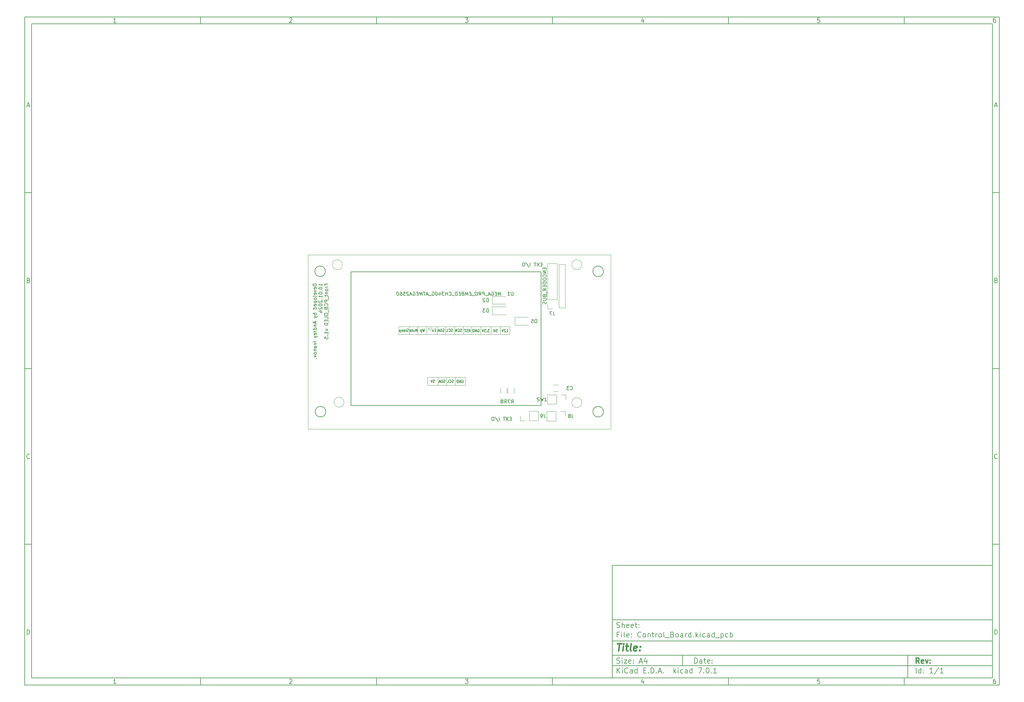
<source format=gbr>
%TF.GenerationSoftware,KiCad,Pcbnew,7.0.1*%
%TF.CreationDate,2024-01-20T13:41:41+00:00*%
%TF.ProjectId,Control_Board,436f6e74-726f-46c5-9f42-6f6172642e6b,rev?*%
%TF.SameCoordinates,Original*%
%TF.FileFunction,Legend,Bot*%
%TF.FilePolarity,Positive*%
%FSLAX45Y45*%
G04 Gerber Fmt 4.5, Leading zero omitted, Abs format (unit mm)*
G04 Created by KiCad (PCBNEW 7.0.1) date 2024-01-20 13:41:41*
%MOMM*%
%LPD*%
G01*
G04 APERTURE LIST*
%ADD10C,0.100000*%
%ADD11C,0.150000*%
%ADD12C,0.300000*%
%ADD13C,0.400000*%
%ADD14C,0.120000*%
%ADD15C,0.175000*%
%TA.AperFunction,Profile*%
%ADD16C,0.200000*%
%TD*%
%TA.AperFunction,Profile*%
%ADD17C,0.100000*%
%TD*%
G04 APERTURE END LIST*
D10*
D11*
X17700220Y-16600720D02*
X28500220Y-16600720D01*
X28500220Y-19800720D01*
X17700220Y-19800720D01*
X17700220Y-16600720D01*
D10*
D11*
X1000000Y-1000000D02*
X28700220Y-1000000D01*
X28700220Y-20000720D01*
X1000000Y-20000720D01*
X1000000Y-1000000D01*
D10*
D11*
X1200000Y-1200000D02*
X28500220Y-1200000D01*
X28500220Y-19800720D01*
X1200000Y-19800720D01*
X1200000Y-1200000D01*
D10*
D11*
X6000000Y-1200000D02*
X6000000Y-1000000D01*
D10*
D11*
X11000000Y-1200000D02*
X11000000Y-1000000D01*
D10*
D11*
X16000000Y-1200000D02*
X16000000Y-1000000D01*
D10*
D11*
X21000000Y-1200000D02*
X21000000Y-1000000D01*
D10*
D11*
X26000000Y-1200000D02*
X26000000Y-1000000D01*
D10*
D11*
X3599048Y-1160140D02*
X3524762Y-1160140D01*
X3561905Y-1160140D02*
X3561905Y-1030140D01*
X3561905Y-1030140D02*
X3549524Y-1048712D01*
X3549524Y-1048712D02*
X3537143Y-1061093D01*
X3537143Y-1061093D02*
X3524762Y-1067283D01*
D10*
D11*
X8524762Y-1042521D02*
X8530952Y-1036331D01*
X8530952Y-1036331D02*
X8543333Y-1030140D01*
X8543333Y-1030140D02*
X8574286Y-1030140D01*
X8574286Y-1030140D02*
X8586667Y-1036331D01*
X8586667Y-1036331D02*
X8592857Y-1042521D01*
X8592857Y-1042521D02*
X8599048Y-1054902D01*
X8599048Y-1054902D02*
X8599048Y-1067283D01*
X8599048Y-1067283D02*
X8592857Y-1085855D01*
X8592857Y-1085855D02*
X8518571Y-1160140D01*
X8518571Y-1160140D02*
X8599048Y-1160140D01*
D10*
D11*
X13518571Y-1030140D02*
X13599048Y-1030140D01*
X13599048Y-1030140D02*
X13555714Y-1079664D01*
X13555714Y-1079664D02*
X13574286Y-1079664D01*
X13574286Y-1079664D02*
X13586667Y-1085855D01*
X13586667Y-1085855D02*
X13592857Y-1092045D01*
X13592857Y-1092045D02*
X13599048Y-1104426D01*
X13599048Y-1104426D02*
X13599048Y-1135379D01*
X13599048Y-1135379D02*
X13592857Y-1147760D01*
X13592857Y-1147760D02*
X13586667Y-1153950D01*
X13586667Y-1153950D02*
X13574286Y-1160140D01*
X13574286Y-1160140D02*
X13537143Y-1160140D01*
X13537143Y-1160140D02*
X13524762Y-1153950D01*
X13524762Y-1153950D02*
X13518571Y-1147760D01*
D10*
D11*
X18586667Y-1073474D02*
X18586667Y-1160140D01*
X18555714Y-1023950D02*
X18524762Y-1116807D01*
X18524762Y-1116807D02*
X18605238Y-1116807D01*
D10*
D11*
X23592857Y-1030140D02*
X23530952Y-1030140D01*
X23530952Y-1030140D02*
X23524762Y-1092045D01*
X23524762Y-1092045D02*
X23530952Y-1085855D01*
X23530952Y-1085855D02*
X23543333Y-1079664D01*
X23543333Y-1079664D02*
X23574286Y-1079664D01*
X23574286Y-1079664D02*
X23586667Y-1085855D01*
X23586667Y-1085855D02*
X23592857Y-1092045D01*
X23592857Y-1092045D02*
X23599048Y-1104426D01*
X23599048Y-1104426D02*
X23599048Y-1135379D01*
X23599048Y-1135379D02*
X23592857Y-1147760D01*
X23592857Y-1147760D02*
X23586667Y-1153950D01*
X23586667Y-1153950D02*
X23574286Y-1160140D01*
X23574286Y-1160140D02*
X23543333Y-1160140D01*
X23543333Y-1160140D02*
X23530952Y-1153950D01*
X23530952Y-1153950D02*
X23524762Y-1147760D01*
D10*
D11*
X28586667Y-1030140D02*
X28561905Y-1030140D01*
X28561905Y-1030140D02*
X28549524Y-1036331D01*
X28549524Y-1036331D02*
X28543333Y-1042521D01*
X28543333Y-1042521D02*
X28530952Y-1061093D01*
X28530952Y-1061093D02*
X28524762Y-1085855D01*
X28524762Y-1085855D02*
X28524762Y-1135379D01*
X28524762Y-1135379D02*
X28530952Y-1147760D01*
X28530952Y-1147760D02*
X28537143Y-1153950D01*
X28537143Y-1153950D02*
X28549524Y-1160140D01*
X28549524Y-1160140D02*
X28574286Y-1160140D01*
X28574286Y-1160140D02*
X28586667Y-1153950D01*
X28586667Y-1153950D02*
X28592857Y-1147760D01*
X28592857Y-1147760D02*
X28599048Y-1135379D01*
X28599048Y-1135379D02*
X28599048Y-1104426D01*
X28599048Y-1104426D02*
X28592857Y-1092045D01*
X28592857Y-1092045D02*
X28586667Y-1085855D01*
X28586667Y-1085855D02*
X28574286Y-1079664D01*
X28574286Y-1079664D02*
X28549524Y-1079664D01*
X28549524Y-1079664D02*
X28537143Y-1085855D01*
X28537143Y-1085855D02*
X28530952Y-1092045D01*
X28530952Y-1092045D02*
X28524762Y-1104426D01*
D10*
D11*
X6000000Y-19800720D02*
X6000000Y-20000720D01*
D10*
D11*
X11000000Y-19800720D02*
X11000000Y-20000720D01*
D10*
D11*
X16000000Y-19800720D02*
X16000000Y-20000720D01*
D10*
D11*
X21000000Y-19800720D02*
X21000000Y-20000720D01*
D10*
D11*
X26000000Y-19800720D02*
X26000000Y-20000720D01*
D10*
D11*
X3599048Y-19960860D02*
X3524762Y-19960860D01*
X3561905Y-19960860D02*
X3561905Y-19830860D01*
X3561905Y-19830860D02*
X3549524Y-19849432D01*
X3549524Y-19849432D02*
X3537143Y-19861813D01*
X3537143Y-19861813D02*
X3524762Y-19868003D01*
D10*
D11*
X8524762Y-19843241D02*
X8530952Y-19837051D01*
X8530952Y-19837051D02*
X8543333Y-19830860D01*
X8543333Y-19830860D02*
X8574286Y-19830860D01*
X8574286Y-19830860D02*
X8586667Y-19837051D01*
X8586667Y-19837051D02*
X8592857Y-19843241D01*
X8592857Y-19843241D02*
X8599048Y-19855622D01*
X8599048Y-19855622D02*
X8599048Y-19868003D01*
X8599048Y-19868003D02*
X8592857Y-19886575D01*
X8592857Y-19886575D02*
X8518571Y-19960860D01*
X8518571Y-19960860D02*
X8599048Y-19960860D01*
D10*
D11*
X13518571Y-19830860D02*
X13599048Y-19830860D01*
X13599048Y-19830860D02*
X13555714Y-19880384D01*
X13555714Y-19880384D02*
X13574286Y-19880384D01*
X13574286Y-19880384D02*
X13586667Y-19886575D01*
X13586667Y-19886575D02*
X13592857Y-19892765D01*
X13592857Y-19892765D02*
X13599048Y-19905146D01*
X13599048Y-19905146D02*
X13599048Y-19936099D01*
X13599048Y-19936099D02*
X13592857Y-19948480D01*
X13592857Y-19948480D02*
X13586667Y-19954670D01*
X13586667Y-19954670D02*
X13574286Y-19960860D01*
X13574286Y-19960860D02*
X13537143Y-19960860D01*
X13537143Y-19960860D02*
X13524762Y-19954670D01*
X13524762Y-19954670D02*
X13518571Y-19948480D01*
D10*
D11*
X18586667Y-19874194D02*
X18586667Y-19960860D01*
X18555714Y-19824670D02*
X18524762Y-19917527D01*
X18524762Y-19917527D02*
X18605238Y-19917527D01*
D10*
D11*
X23592857Y-19830860D02*
X23530952Y-19830860D01*
X23530952Y-19830860D02*
X23524762Y-19892765D01*
X23524762Y-19892765D02*
X23530952Y-19886575D01*
X23530952Y-19886575D02*
X23543333Y-19880384D01*
X23543333Y-19880384D02*
X23574286Y-19880384D01*
X23574286Y-19880384D02*
X23586667Y-19886575D01*
X23586667Y-19886575D02*
X23592857Y-19892765D01*
X23592857Y-19892765D02*
X23599048Y-19905146D01*
X23599048Y-19905146D02*
X23599048Y-19936099D01*
X23599048Y-19936099D02*
X23592857Y-19948480D01*
X23592857Y-19948480D02*
X23586667Y-19954670D01*
X23586667Y-19954670D02*
X23574286Y-19960860D01*
X23574286Y-19960860D02*
X23543333Y-19960860D01*
X23543333Y-19960860D02*
X23530952Y-19954670D01*
X23530952Y-19954670D02*
X23524762Y-19948480D01*
D10*
D11*
X28586667Y-19830860D02*
X28561905Y-19830860D01*
X28561905Y-19830860D02*
X28549524Y-19837051D01*
X28549524Y-19837051D02*
X28543333Y-19843241D01*
X28543333Y-19843241D02*
X28530952Y-19861813D01*
X28530952Y-19861813D02*
X28524762Y-19886575D01*
X28524762Y-19886575D02*
X28524762Y-19936099D01*
X28524762Y-19936099D02*
X28530952Y-19948480D01*
X28530952Y-19948480D02*
X28537143Y-19954670D01*
X28537143Y-19954670D02*
X28549524Y-19960860D01*
X28549524Y-19960860D02*
X28574286Y-19960860D01*
X28574286Y-19960860D02*
X28586667Y-19954670D01*
X28586667Y-19954670D02*
X28592857Y-19948480D01*
X28592857Y-19948480D02*
X28599048Y-19936099D01*
X28599048Y-19936099D02*
X28599048Y-19905146D01*
X28599048Y-19905146D02*
X28592857Y-19892765D01*
X28592857Y-19892765D02*
X28586667Y-19886575D01*
X28586667Y-19886575D02*
X28574286Y-19880384D01*
X28574286Y-19880384D02*
X28549524Y-19880384D01*
X28549524Y-19880384D02*
X28537143Y-19886575D01*
X28537143Y-19886575D02*
X28530952Y-19892765D01*
X28530952Y-19892765D02*
X28524762Y-19905146D01*
D10*
D11*
X1000000Y-6000000D02*
X1200000Y-6000000D01*
D10*
D11*
X1000000Y-11000000D02*
X1200000Y-11000000D01*
D10*
D11*
X1000000Y-16000000D02*
X1200000Y-16000000D01*
D10*
D11*
X1069048Y-3522998D02*
X1130952Y-3522998D01*
X1056667Y-3560140D02*
X1100000Y-3430140D01*
X1100000Y-3430140D02*
X1143333Y-3560140D01*
D10*
D11*
X1109286Y-8492045D02*
X1127857Y-8498236D01*
X1127857Y-8498236D02*
X1134048Y-8504426D01*
X1134048Y-8504426D02*
X1140238Y-8516807D01*
X1140238Y-8516807D02*
X1140238Y-8535379D01*
X1140238Y-8535379D02*
X1134048Y-8547760D01*
X1134048Y-8547760D02*
X1127857Y-8553950D01*
X1127857Y-8553950D02*
X1115476Y-8560140D01*
X1115476Y-8560140D02*
X1065952Y-8560140D01*
X1065952Y-8560140D02*
X1065952Y-8430140D01*
X1065952Y-8430140D02*
X1109286Y-8430140D01*
X1109286Y-8430140D02*
X1121667Y-8436331D01*
X1121667Y-8436331D02*
X1127857Y-8442521D01*
X1127857Y-8442521D02*
X1134048Y-8454902D01*
X1134048Y-8454902D02*
X1134048Y-8467283D01*
X1134048Y-8467283D02*
X1127857Y-8479664D01*
X1127857Y-8479664D02*
X1121667Y-8485855D01*
X1121667Y-8485855D02*
X1109286Y-8492045D01*
X1109286Y-8492045D02*
X1065952Y-8492045D01*
D10*
D11*
X1140238Y-13547759D02*
X1134048Y-13553950D01*
X1134048Y-13553950D02*
X1115476Y-13560140D01*
X1115476Y-13560140D02*
X1103095Y-13560140D01*
X1103095Y-13560140D02*
X1084524Y-13553950D01*
X1084524Y-13553950D02*
X1072143Y-13541569D01*
X1072143Y-13541569D02*
X1065952Y-13529188D01*
X1065952Y-13529188D02*
X1059762Y-13504426D01*
X1059762Y-13504426D02*
X1059762Y-13485855D01*
X1059762Y-13485855D02*
X1065952Y-13461093D01*
X1065952Y-13461093D02*
X1072143Y-13448712D01*
X1072143Y-13448712D02*
X1084524Y-13436331D01*
X1084524Y-13436331D02*
X1103095Y-13430140D01*
X1103095Y-13430140D02*
X1115476Y-13430140D01*
X1115476Y-13430140D02*
X1134048Y-13436331D01*
X1134048Y-13436331D02*
X1140238Y-13442521D01*
D10*
D11*
X1065952Y-18560140D02*
X1065952Y-18430140D01*
X1065952Y-18430140D02*
X1096905Y-18430140D01*
X1096905Y-18430140D02*
X1115476Y-18436331D01*
X1115476Y-18436331D02*
X1127857Y-18448712D01*
X1127857Y-18448712D02*
X1134048Y-18461093D01*
X1134048Y-18461093D02*
X1140238Y-18485855D01*
X1140238Y-18485855D02*
X1140238Y-18504426D01*
X1140238Y-18504426D02*
X1134048Y-18529188D01*
X1134048Y-18529188D02*
X1127857Y-18541569D01*
X1127857Y-18541569D02*
X1115476Y-18553950D01*
X1115476Y-18553950D02*
X1096905Y-18560140D01*
X1096905Y-18560140D02*
X1065952Y-18560140D01*
D10*
D11*
X28700220Y-6000000D02*
X28500220Y-6000000D01*
D10*
D11*
X28700220Y-11000000D02*
X28500220Y-11000000D01*
D10*
D11*
X28700220Y-16000000D02*
X28500220Y-16000000D01*
D10*
D11*
X28569268Y-3522998D02*
X28631172Y-3522998D01*
X28556887Y-3560140D02*
X28600220Y-3430140D01*
X28600220Y-3430140D02*
X28643553Y-3560140D01*
D10*
D11*
X28609506Y-8492045D02*
X28628077Y-8498236D01*
X28628077Y-8498236D02*
X28634268Y-8504426D01*
X28634268Y-8504426D02*
X28640458Y-8516807D01*
X28640458Y-8516807D02*
X28640458Y-8535379D01*
X28640458Y-8535379D02*
X28634268Y-8547760D01*
X28634268Y-8547760D02*
X28628077Y-8553950D01*
X28628077Y-8553950D02*
X28615696Y-8560140D01*
X28615696Y-8560140D02*
X28566172Y-8560140D01*
X28566172Y-8560140D02*
X28566172Y-8430140D01*
X28566172Y-8430140D02*
X28609506Y-8430140D01*
X28609506Y-8430140D02*
X28621887Y-8436331D01*
X28621887Y-8436331D02*
X28628077Y-8442521D01*
X28628077Y-8442521D02*
X28634268Y-8454902D01*
X28634268Y-8454902D02*
X28634268Y-8467283D01*
X28634268Y-8467283D02*
X28628077Y-8479664D01*
X28628077Y-8479664D02*
X28621887Y-8485855D01*
X28621887Y-8485855D02*
X28609506Y-8492045D01*
X28609506Y-8492045D02*
X28566172Y-8492045D01*
D10*
D11*
X28640458Y-13547759D02*
X28634268Y-13553950D01*
X28634268Y-13553950D02*
X28615696Y-13560140D01*
X28615696Y-13560140D02*
X28603315Y-13560140D01*
X28603315Y-13560140D02*
X28584744Y-13553950D01*
X28584744Y-13553950D02*
X28572363Y-13541569D01*
X28572363Y-13541569D02*
X28566172Y-13529188D01*
X28566172Y-13529188D02*
X28559982Y-13504426D01*
X28559982Y-13504426D02*
X28559982Y-13485855D01*
X28559982Y-13485855D02*
X28566172Y-13461093D01*
X28566172Y-13461093D02*
X28572363Y-13448712D01*
X28572363Y-13448712D02*
X28584744Y-13436331D01*
X28584744Y-13436331D02*
X28603315Y-13430140D01*
X28603315Y-13430140D02*
X28615696Y-13430140D01*
X28615696Y-13430140D02*
X28634268Y-13436331D01*
X28634268Y-13436331D02*
X28640458Y-13442521D01*
D10*
D11*
X28566172Y-18560140D02*
X28566172Y-18430140D01*
X28566172Y-18430140D02*
X28597125Y-18430140D01*
X28597125Y-18430140D02*
X28615696Y-18436331D01*
X28615696Y-18436331D02*
X28628077Y-18448712D01*
X28628077Y-18448712D02*
X28634268Y-18461093D01*
X28634268Y-18461093D02*
X28640458Y-18485855D01*
X28640458Y-18485855D02*
X28640458Y-18504426D01*
X28640458Y-18504426D02*
X28634268Y-18529188D01*
X28634268Y-18529188D02*
X28628077Y-18541569D01*
X28628077Y-18541569D02*
X28615696Y-18553950D01*
X28615696Y-18553950D02*
X28597125Y-18560140D01*
X28597125Y-18560140D02*
X28566172Y-18560140D01*
D10*
D11*
X20035934Y-19380113D02*
X20035934Y-19230113D01*
X20035934Y-19230113D02*
X20071649Y-19230113D01*
X20071649Y-19230113D02*
X20093077Y-19237256D01*
X20093077Y-19237256D02*
X20107363Y-19251541D01*
X20107363Y-19251541D02*
X20114506Y-19265827D01*
X20114506Y-19265827D02*
X20121649Y-19294399D01*
X20121649Y-19294399D02*
X20121649Y-19315827D01*
X20121649Y-19315827D02*
X20114506Y-19344399D01*
X20114506Y-19344399D02*
X20107363Y-19358684D01*
X20107363Y-19358684D02*
X20093077Y-19372970D01*
X20093077Y-19372970D02*
X20071649Y-19380113D01*
X20071649Y-19380113D02*
X20035934Y-19380113D01*
X20250220Y-19380113D02*
X20250220Y-19301541D01*
X20250220Y-19301541D02*
X20243077Y-19287256D01*
X20243077Y-19287256D02*
X20228791Y-19280113D01*
X20228791Y-19280113D02*
X20200220Y-19280113D01*
X20200220Y-19280113D02*
X20185934Y-19287256D01*
X20250220Y-19372970D02*
X20235934Y-19380113D01*
X20235934Y-19380113D02*
X20200220Y-19380113D01*
X20200220Y-19380113D02*
X20185934Y-19372970D01*
X20185934Y-19372970D02*
X20178791Y-19358684D01*
X20178791Y-19358684D02*
X20178791Y-19344399D01*
X20178791Y-19344399D02*
X20185934Y-19330113D01*
X20185934Y-19330113D02*
X20200220Y-19322970D01*
X20200220Y-19322970D02*
X20235934Y-19322970D01*
X20235934Y-19322970D02*
X20250220Y-19315827D01*
X20300220Y-19280113D02*
X20357363Y-19280113D01*
X20321649Y-19230113D02*
X20321649Y-19358684D01*
X20321649Y-19358684D02*
X20328791Y-19372970D01*
X20328791Y-19372970D02*
X20343077Y-19380113D01*
X20343077Y-19380113D02*
X20357363Y-19380113D01*
X20464506Y-19372970D02*
X20450220Y-19380113D01*
X20450220Y-19380113D02*
X20421649Y-19380113D01*
X20421649Y-19380113D02*
X20407363Y-19372970D01*
X20407363Y-19372970D02*
X20400220Y-19358684D01*
X20400220Y-19358684D02*
X20400220Y-19301541D01*
X20400220Y-19301541D02*
X20407363Y-19287256D01*
X20407363Y-19287256D02*
X20421649Y-19280113D01*
X20421649Y-19280113D02*
X20450220Y-19280113D01*
X20450220Y-19280113D02*
X20464506Y-19287256D01*
X20464506Y-19287256D02*
X20471649Y-19301541D01*
X20471649Y-19301541D02*
X20471649Y-19315827D01*
X20471649Y-19315827D02*
X20400220Y-19330113D01*
X20535934Y-19365827D02*
X20543077Y-19372970D01*
X20543077Y-19372970D02*
X20535934Y-19380113D01*
X20535934Y-19380113D02*
X20528791Y-19372970D01*
X20528791Y-19372970D02*
X20535934Y-19365827D01*
X20535934Y-19365827D02*
X20535934Y-19380113D01*
X20535934Y-19287256D02*
X20543077Y-19294399D01*
X20543077Y-19294399D02*
X20535934Y-19301541D01*
X20535934Y-19301541D02*
X20528791Y-19294399D01*
X20528791Y-19294399D02*
X20535934Y-19287256D01*
X20535934Y-19287256D02*
X20535934Y-19301541D01*
D10*
D11*
X17700220Y-19450720D02*
X28500220Y-19450720D01*
D10*
D11*
X17835934Y-19660113D02*
X17835934Y-19510113D01*
X17921649Y-19660113D02*
X17857363Y-19574399D01*
X17921649Y-19510113D02*
X17835934Y-19595827D01*
X17985934Y-19660113D02*
X17985934Y-19560113D01*
X17985934Y-19510113D02*
X17978791Y-19517256D01*
X17978791Y-19517256D02*
X17985934Y-19524399D01*
X17985934Y-19524399D02*
X17993077Y-19517256D01*
X17993077Y-19517256D02*
X17985934Y-19510113D01*
X17985934Y-19510113D02*
X17985934Y-19524399D01*
X18143077Y-19645827D02*
X18135934Y-19652970D01*
X18135934Y-19652970D02*
X18114506Y-19660113D01*
X18114506Y-19660113D02*
X18100220Y-19660113D01*
X18100220Y-19660113D02*
X18078791Y-19652970D01*
X18078791Y-19652970D02*
X18064506Y-19638684D01*
X18064506Y-19638684D02*
X18057363Y-19624399D01*
X18057363Y-19624399D02*
X18050220Y-19595827D01*
X18050220Y-19595827D02*
X18050220Y-19574399D01*
X18050220Y-19574399D02*
X18057363Y-19545827D01*
X18057363Y-19545827D02*
X18064506Y-19531541D01*
X18064506Y-19531541D02*
X18078791Y-19517256D01*
X18078791Y-19517256D02*
X18100220Y-19510113D01*
X18100220Y-19510113D02*
X18114506Y-19510113D01*
X18114506Y-19510113D02*
X18135934Y-19517256D01*
X18135934Y-19517256D02*
X18143077Y-19524399D01*
X18271649Y-19660113D02*
X18271649Y-19581541D01*
X18271649Y-19581541D02*
X18264506Y-19567256D01*
X18264506Y-19567256D02*
X18250220Y-19560113D01*
X18250220Y-19560113D02*
X18221649Y-19560113D01*
X18221649Y-19560113D02*
X18207363Y-19567256D01*
X18271649Y-19652970D02*
X18257363Y-19660113D01*
X18257363Y-19660113D02*
X18221649Y-19660113D01*
X18221649Y-19660113D02*
X18207363Y-19652970D01*
X18207363Y-19652970D02*
X18200220Y-19638684D01*
X18200220Y-19638684D02*
X18200220Y-19624399D01*
X18200220Y-19624399D02*
X18207363Y-19610113D01*
X18207363Y-19610113D02*
X18221649Y-19602970D01*
X18221649Y-19602970D02*
X18257363Y-19602970D01*
X18257363Y-19602970D02*
X18271649Y-19595827D01*
X18407363Y-19660113D02*
X18407363Y-19510113D01*
X18407363Y-19652970D02*
X18393077Y-19660113D01*
X18393077Y-19660113D02*
X18364506Y-19660113D01*
X18364506Y-19660113D02*
X18350220Y-19652970D01*
X18350220Y-19652970D02*
X18343077Y-19645827D01*
X18343077Y-19645827D02*
X18335934Y-19631541D01*
X18335934Y-19631541D02*
X18335934Y-19588684D01*
X18335934Y-19588684D02*
X18343077Y-19574399D01*
X18343077Y-19574399D02*
X18350220Y-19567256D01*
X18350220Y-19567256D02*
X18364506Y-19560113D01*
X18364506Y-19560113D02*
X18393077Y-19560113D01*
X18393077Y-19560113D02*
X18407363Y-19567256D01*
X18593077Y-19581541D02*
X18643077Y-19581541D01*
X18664506Y-19660113D02*
X18593077Y-19660113D01*
X18593077Y-19660113D02*
X18593077Y-19510113D01*
X18593077Y-19510113D02*
X18664506Y-19510113D01*
X18728791Y-19645827D02*
X18735934Y-19652970D01*
X18735934Y-19652970D02*
X18728791Y-19660113D01*
X18728791Y-19660113D02*
X18721649Y-19652970D01*
X18721649Y-19652970D02*
X18728791Y-19645827D01*
X18728791Y-19645827D02*
X18728791Y-19660113D01*
X18800220Y-19660113D02*
X18800220Y-19510113D01*
X18800220Y-19510113D02*
X18835934Y-19510113D01*
X18835934Y-19510113D02*
X18857363Y-19517256D01*
X18857363Y-19517256D02*
X18871649Y-19531541D01*
X18871649Y-19531541D02*
X18878792Y-19545827D01*
X18878792Y-19545827D02*
X18885934Y-19574399D01*
X18885934Y-19574399D02*
X18885934Y-19595827D01*
X18885934Y-19595827D02*
X18878792Y-19624399D01*
X18878792Y-19624399D02*
X18871649Y-19638684D01*
X18871649Y-19638684D02*
X18857363Y-19652970D01*
X18857363Y-19652970D02*
X18835934Y-19660113D01*
X18835934Y-19660113D02*
X18800220Y-19660113D01*
X18950220Y-19645827D02*
X18957363Y-19652970D01*
X18957363Y-19652970D02*
X18950220Y-19660113D01*
X18950220Y-19660113D02*
X18943077Y-19652970D01*
X18943077Y-19652970D02*
X18950220Y-19645827D01*
X18950220Y-19645827D02*
X18950220Y-19660113D01*
X19014506Y-19617256D02*
X19085934Y-19617256D01*
X19000220Y-19660113D02*
X19050220Y-19510113D01*
X19050220Y-19510113D02*
X19100220Y-19660113D01*
X19150220Y-19645827D02*
X19157363Y-19652970D01*
X19157363Y-19652970D02*
X19150220Y-19660113D01*
X19150220Y-19660113D02*
X19143077Y-19652970D01*
X19143077Y-19652970D02*
X19150220Y-19645827D01*
X19150220Y-19645827D02*
X19150220Y-19660113D01*
X19450220Y-19660113D02*
X19450220Y-19510113D01*
X19464506Y-19602970D02*
X19507363Y-19660113D01*
X19507363Y-19560113D02*
X19450220Y-19617256D01*
X19571649Y-19660113D02*
X19571649Y-19560113D01*
X19571649Y-19510113D02*
X19564506Y-19517256D01*
X19564506Y-19517256D02*
X19571649Y-19524399D01*
X19571649Y-19524399D02*
X19578792Y-19517256D01*
X19578792Y-19517256D02*
X19571649Y-19510113D01*
X19571649Y-19510113D02*
X19571649Y-19524399D01*
X19707363Y-19652970D02*
X19693077Y-19660113D01*
X19693077Y-19660113D02*
X19664506Y-19660113D01*
X19664506Y-19660113D02*
X19650220Y-19652970D01*
X19650220Y-19652970D02*
X19643077Y-19645827D01*
X19643077Y-19645827D02*
X19635934Y-19631541D01*
X19635934Y-19631541D02*
X19635934Y-19588684D01*
X19635934Y-19588684D02*
X19643077Y-19574399D01*
X19643077Y-19574399D02*
X19650220Y-19567256D01*
X19650220Y-19567256D02*
X19664506Y-19560113D01*
X19664506Y-19560113D02*
X19693077Y-19560113D01*
X19693077Y-19560113D02*
X19707363Y-19567256D01*
X19835934Y-19660113D02*
X19835934Y-19581541D01*
X19835934Y-19581541D02*
X19828792Y-19567256D01*
X19828792Y-19567256D02*
X19814506Y-19560113D01*
X19814506Y-19560113D02*
X19785934Y-19560113D01*
X19785934Y-19560113D02*
X19771649Y-19567256D01*
X19835934Y-19652970D02*
X19821649Y-19660113D01*
X19821649Y-19660113D02*
X19785934Y-19660113D01*
X19785934Y-19660113D02*
X19771649Y-19652970D01*
X19771649Y-19652970D02*
X19764506Y-19638684D01*
X19764506Y-19638684D02*
X19764506Y-19624399D01*
X19764506Y-19624399D02*
X19771649Y-19610113D01*
X19771649Y-19610113D02*
X19785934Y-19602970D01*
X19785934Y-19602970D02*
X19821649Y-19602970D01*
X19821649Y-19602970D02*
X19835934Y-19595827D01*
X19971649Y-19660113D02*
X19971649Y-19510113D01*
X19971649Y-19652970D02*
X19957363Y-19660113D01*
X19957363Y-19660113D02*
X19928792Y-19660113D01*
X19928792Y-19660113D02*
X19914506Y-19652970D01*
X19914506Y-19652970D02*
X19907363Y-19645827D01*
X19907363Y-19645827D02*
X19900220Y-19631541D01*
X19900220Y-19631541D02*
X19900220Y-19588684D01*
X19900220Y-19588684D02*
X19907363Y-19574399D01*
X19907363Y-19574399D02*
X19914506Y-19567256D01*
X19914506Y-19567256D02*
X19928792Y-19560113D01*
X19928792Y-19560113D02*
X19957363Y-19560113D01*
X19957363Y-19560113D02*
X19971649Y-19567256D01*
X20143077Y-19510113D02*
X20243077Y-19510113D01*
X20243077Y-19510113D02*
X20178792Y-19660113D01*
X20300220Y-19645827D02*
X20307363Y-19652970D01*
X20307363Y-19652970D02*
X20300220Y-19660113D01*
X20300220Y-19660113D02*
X20293077Y-19652970D01*
X20293077Y-19652970D02*
X20300220Y-19645827D01*
X20300220Y-19645827D02*
X20300220Y-19660113D01*
X20400220Y-19510113D02*
X20414506Y-19510113D01*
X20414506Y-19510113D02*
X20428792Y-19517256D01*
X20428792Y-19517256D02*
X20435934Y-19524399D01*
X20435934Y-19524399D02*
X20443077Y-19538684D01*
X20443077Y-19538684D02*
X20450220Y-19567256D01*
X20450220Y-19567256D02*
X20450220Y-19602970D01*
X20450220Y-19602970D02*
X20443077Y-19631541D01*
X20443077Y-19631541D02*
X20435934Y-19645827D01*
X20435934Y-19645827D02*
X20428792Y-19652970D01*
X20428792Y-19652970D02*
X20414506Y-19660113D01*
X20414506Y-19660113D02*
X20400220Y-19660113D01*
X20400220Y-19660113D02*
X20385934Y-19652970D01*
X20385934Y-19652970D02*
X20378792Y-19645827D01*
X20378792Y-19645827D02*
X20371649Y-19631541D01*
X20371649Y-19631541D02*
X20364506Y-19602970D01*
X20364506Y-19602970D02*
X20364506Y-19567256D01*
X20364506Y-19567256D02*
X20371649Y-19538684D01*
X20371649Y-19538684D02*
X20378792Y-19524399D01*
X20378792Y-19524399D02*
X20385934Y-19517256D01*
X20385934Y-19517256D02*
X20400220Y-19510113D01*
X20514506Y-19645827D02*
X20521649Y-19652970D01*
X20521649Y-19652970D02*
X20514506Y-19660113D01*
X20514506Y-19660113D02*
X20507363Y-19652970D01*
X20507363Y-19652970D02*
X20514506Y-19645827D01*
X20514506Y-19645827D02*
X20514506Y-19660113D01*
X20664506Y-19660113D02*
X20578792Y-19660113D01*
X20621649Y-19660113D02*
X20621649Y-19510113D01*
X20621649Y-19510113D02*
X20607363Y-19531541D01*
X20607363Y-19531541D02*
X20593077Y-19545827D01*
X20593077Y-19545827D02*
X20578792Y-19552970D01*
D10*
D11*
X17700220Y-19150720D02*
X28500220Y-19150720D01*
D10*
D12*
X26421648Y-19380113D02*
X26371648Y-19308684D01*
X26335934Y-19380113D02*
X26335934Y-19230113D01*
X26335934Y-19230113D02*
X26393077Y-19230113D01*
X26393077Y-19230113D02*
X26407363Y-19237256D01*
X26407363Y-19237256D02*
X26414506Y-19244399D01*
X26414506Y-19244399D02*
X26421648Y-19258684D01*
X26421648Y-19258684D02*
X26421648Y-19280113D01*
X26421648Y-19280113D02*
X26414506Y-19294399D01*
X26414506Y-19294399D02*
X26407363Y-19301541D01*
X26407363Y-19301541D02*
X26393077Y-19308684D01*
X26393077Y-19308684D02*
X26335934Y-19308684D01*
X26543077Y-19372970D02*
X26528791Y-19380113D01*
X26528791Y-19380113D02*
X26500220Y-19380113D01*
X26500220Y-19380113D02*
X26485934Y-19372970D01*
X26485934Y-19372970D02*
X26478791Y-19358684D01*
X26478791Y-19358684D02*
X26478791Y-19301541D01*
X26478791Y-19301541D02*
X26485934Y-19287256D01*
X26485934Y-19287256D02*
X26500220Y-19280113D01*
X26500220Y-19280113D02*
X26528791Y-19280113D01*
X26528791Y-19280113D02*
X26543077Y-19287256D01*
X26543077Y-19287256D02*
X26550220Y-19301541D01*
X26550220Y-19301541D02*
X26550220Y-19315827D01*
X26550220Y-19315827D02*
X26478791Y-19330113D01*
X26600220Y-19280113D02*
X26635934Y-19380113D01*
X26635934Y-19380113D02*
X26671648Y-19280113D01*
X26728791Y-19365827D02*
X26735934Y-19372970D01*
X26735934Y-19372970D02*
X26728791Y-19380113D01*
X26728791Y-19380113D02*
X26721648Y-19372970D01*
X26721648Y-19372970D02*
X26728791Y-19365827D01*
X26728791Y-19365827D02*
X26728791Y-19380113D01*
X26728791Y-19287256D02*
X26735934Y-19294399D01*
X26735934Y-19294399D02*
X26728791Y-19301541D01*
X26728791Y-19301541D02*
X26721648Y-19294399D01*
X26721648Y-19294399D02*
X26728791Y-19287256D01*
X26728791Y-19287256D02*
X26728791Y-19301541D01*
D10*
D11*
X17828791Y-19372970D02*
X17850220Y-19380113D01*
X17850220Y-19380113D02*
X17885934Y-19380113D01*
X17885934Y-19380113D02*
X17900220Y-19372970D01*
X17900220Y-19372970D02*
X17907363Y-19365827D01*
X17907363Y-19365827D02*
X17914506Y-19351541D01*
X17914506Y-19351541D02*
X17914506Y-19337256D01*
X17914506Y-19337256D02*
X17907363Y-19322970D01*
X17907363Y-19322970D02*
X17900220Y-19315827D01*
X17900220Y-19315827D02*
X17885934Y-19308684D01*
X17885934Y-19308684D02*
X17857363Y-19301541D01*
X17857363Y-19301541D02*
X17843077Y-19294399D01*
X17843077Y-19294399D02*
X17835934Y-19287256D01*
X17835934Y-19287256D02*
X17828791Y-19272970D01*
X17828791Y-19272970D02*
X17828791Y-19258684D01*
X17828791Y-19258684D02*
X17835934Y-19244399D01*
X17835934Y-19244399D02*
X17843077Y-19237256D01*
X17843077Y-19237256D02*
X17857363Y-19230113D01*
X17857363Y-19230113D02*
X17893077Y-19230113D01*
X17893077Y-19230113D02*
X17914506Y-19237256D01*
X17978791Y-19380113D02*
X17978791Y-19280113D01*
X17978791Y-19230113D02*
X17971649Y-19237256D01*
X17971649Y-19237256D02*
X17978791Y-19244399D01*
X17978791Y-19244399D02*
X17985934Y-19237256D01*
X17985934Y-19237256D02*
X17978791Y-19230113D01*
X17978791Y-19230113D02*
X17978791Y-19244399D01*
X18035934Y-19280113D02*
X18114506Y-19280113D01*
X18114506Y-19280113D02*
X18035934Y-19380113D01*
X18035934Y-19380113D02*
X18114506Y-19380113D01*
X18228791Y-19372970D02*
X18214506Y-19380113D01*
X18214506Y-19380113D02*
X18185934Y-19380113D01*
X18185934Y-19380113D02*
X18171649Y-19372970D01*
X18171649Y-19372970D02*
X18164506Y-19358684D01*
X18164506Y-19358684D02*
X18164506Y-19301541D01*
X18164506Y-19301541D02*
X18171649Y-19287256D01*
X18171649Y-19287256D02*
X18185934Y-19280113D01*
X18185934Y-19280113D02*
X18214506Y-19280113D01*
X18214506Y-19280113D02*
X18228791Y-19287256D01*
X18228791Y-19287256D02*
X18235934Y-19301541D01*
X18235934Y-19301541D02*
X18235934Y-19315827D01*
X18235934Y-19315827D02*
X18164506Y-19330113D01*
X18300220Y-19365827D02*
X18307363Y-19372970D01*
X18307363Y-19372970D02*
X18300220Y-19380113D01*
X18300220Y-19380113D02*
X18293077Y-19372970D01*
X18293077Y-19372970D02*
X18300220Y-19365827D01*
X18300220Y-19365827D02*
X18300220Y-19380113D01*
X18300220Y-19287256D02*
X18307363Y-19294399D01*
X18307363Y-19294399D02*
X18300220Y-19301541D01*
X18300220Y-19301541D02*
X18293077Y-19294399D01*
X18293077Y-19294399D02*
X18300220Y-19287256D01*
X18300220Y-19287256D02*
X18300220Y-19301541D01*
X18478791Y-19337256D02*
X18550220Y-19337256D01*
X18464506Y-19380113D02*
X18514506Y-19230113D01*
X18514506Y-19230113D02*
X18564506Y-19380113D01*
X18678791Y-19280113D02*
X18678791Y-19380113D01*
X18643077Y-19222970D02*
X18607363Y-19330113D01*
X18607363Y-19330113D02*
X18700220Y-19330113D01*
D10*
D11*
X26335934Y-19660113D02*
X26335934Y-19510113D01*
X26471649Y-19660113D02*
X26471649Y-19510113D01*
X26471649Y-19652970D02*
X26457363Y-19660113D01*
X26457363Y-19660113D02*
X26428791Y-19660113D01*
X26428791Y-19660113D02*
X26414506Y-19652970D01*
X26414506Y-19652970D02*
X26407363Y-19645827D01*
X26407363Y-19645827D02*
X26400220Y-19631541D01*
X26400220Y-19631541D02*
X26400220Y-19588684D01*
X26400220Y-19588684D02*
X26407363Y-19574399D01*
X26407363Y-19574399D02*
X26414506Y-19567256D01*
X26414506Y-19567256D02*
X26428791Y-19560113D01*
X26428791Y-19560113D02*
X26457363Y-19560113D01*
X26457363Y-19560113D02*
X26471649Y-19567256D01*
X26543077Y-19645827D02*
X26550220Y-19652970D01*
X26550220Y-19652970D02*
X26543077Y-19660113D01*
X26543077Y-19660113D02*
X26535934Y-19652970D01*
X26535934Y-19652970D02*
X26543077Y-19645827D01*
X26543077Y-19645827D02*
X26543077Y-19660113D01*
X26543077Y-19567256D02*
X26550220Y-19574399D01*
X26550220Y-19574399D02*
X26543077Y-19581541D01*
X26543077Y-19581541D02*
X26535934Y-19574399D01*
X26535934Y-19574399D02*
X26543077Y-19567256D01*
X26543077Y-19567256D02*
X26543077Y-19581541D01*
X26807363Y-19660113D02*
X26721649Y-19660113D01*
X26764506Y-19660113D02*
X26764506Y-19510113D01*
X26764506Y-19510113D02*
X26750220Y-19531541D01*
X26750220Y-19531541D02*
X26735934Y-19545827D01*
X26735934Y-19545827D02*
X26721649Y-19552970D01*
X26978791Y-19502970D02*
X26850220Y-19695827D01*
X27107363Y-19660113D02*
X27021649Y-19660113D01*
X27064506Y-19660113D02*
X27064506Y-19510113D01*
X27064506Y-19510113D02*
X27050220Y-19531541D01*
X27050220Y-19531541D02*
X27035934Y-19545827D01*
X27035934Y-19545827D02*
X27021649Y-19552970D01*
D10*
D11*
X17700220Y-18750720D02*
X28500220Y-18750720D01*
D10*
D13*
X17843077Y-18823244D02*
X17957363Y-18823244D01*
X17875220Y-19023244D02*
X17900220Y-18823244D01*
X17997839Y-19023244D02*
X18014506Y-18889910D01*
X18022839Y-18823244D02*
X18012125Y-18832768D01*
X18012125Y-18832768D02*
X18020458Y-18842291D01*
X18020458Y-18842291D02*
X18031172Y-18832768D01*
X18031172Y-18832768D02*
X18022839Y-18823244D01*
X18022839Y-18823244D02*
X18020458Y-18842291D01*
X18079982Y-18889910D02*
X18156172Y-18889910D01*
X18116887Y-18823244D02*
X18095458Y-18994672D01*
X18095458Y-18994672D02*
X18102601Y-19013720D01*
X18102601Y-19013720D02*
X18120458Y-19023244D01*
X18120458Y-19023244D02*
X18139506Y-19023244D01*
X18233553Y-19023244D02*
X18215696Y-19013720D01*
X18215696Y-19013720D02*
X18208553Y-18994672D01*
X18208553Y-18994672D02*
X18229982Y-18823244D01*
X18385934Y-19013720D02*
X18365696Y-19023244D01*
X18365696Y-19023244D02*
X18327601Y-19023244D01*
X18327601Y-19023244D02*
X18309744Y-19013720D01*
X18309744Y-19013720D02*
X18302601Y-18994672D01*
X18302601Y-18994672D02*
X18312125Y-18918482D01*
X18312125Y-18918482D02*
X18324029Y-18899434D01*
X18324029Y-18899434D02*
X18344268Y-18889910D01*
X18344268Y-18889910D02*
X18382363Y-18889910D01*
X18382363Y-18889910D02*
X18400220Y-18899434D01*
X18400220Y-18899434D02*
X18407363Y-18918482D01*
X18407363Y-18918482D02*
X18404982Y-18937530D01*
X18404982Y-18937530D02*
X18307363Y-18956577D01*
X18481172Y-19004196D02*
X18489506Y-19013720D01*
X18489506Y-19013720D02*
X18478791Y-19023244D01*
X18478791Y-19023244D02*
X18470458Y-19013720D01*
X18470458Y-19013720D02*
X18481172Y-19004196D01*
X18481172Y-19004196D02*
X18478791Y-19023244D01*
X18494268Y-18899434D02*
X18502601Y-18908958D01*
X18502601Y-18908958D02*
X18491887Y-18918482D01*
X18491887Y-18918482D02*
X18483553Y-18908958D01*
X18483553Y-18908958D02*
X18494268Y-18899434D01*
X18494268Y-18899434D02*
X18491887Y-18918482D01*
D10*
D11*
X17885934Y-18561541D02*
X17835934Y-18561541D01*
X17835934Y-18640113D02*
X17835934Y-18490113D01*
X17835934Y-18490113D02*
X17907363Y-18490113D01*
X17964506Y-18640113D02*
X17964506Y-18540113D01*
X17964506Y-18490113D02*
X17957363Y-18497256D01*
X17957363Y-18497256D02*
X17964506Y-18504399D01*
X17964506Y-18504399D02*
X17971649Y-18497256D01*
X17971649Y-18497256D02*
X17964506Y-18490113D01*
X17964506Y-18490113D02*
X17964506Y-18504399D01*
X18057363Y-18640113D02*
X18043077Y-18632970D01*
X18043077Y-18632970D02*
X18035934Y-18618684D01*
X18035934Y-18618684D02*
X18035934Y-18490113D01*
X18171649Y-18632970D02*
X18157363Y-18640113D01*
X18157363Y-18640113D02*
X18128791Y-18640113D01*
X18128791Y-18640113D02*
X18114506Y-18632970D01*
X18114506Y-18632970D02*
X18107363Y-18618684D01*
X18107363Y-18618684D02*
X18107363Y-18561541D01*
X18107363Y-18561541D02*
X18114506Y-18547256D01*
X18114506Y-18547256D02*
X18128791Y-18540113D01*
X18128791Y-18540113D02*
X18157363Y-18540113D01*
X18157363Y-18540113D02*
X18171649Y-18547256D01*
X18171649Y-18547256D02*
X18178791Y-18561541D01*
X18178791Y-18561541D02*
X18178791Y-18575827D01*
X18178791Y-18575827D02*
X18107363Y-18590113D01*
X18243077Y-18625827D02*
X18250220Y-18632970D01*
X18250220Y-18632970D02*
X18243077Y-18640113D01*
X18243077Y-18640113D02*
X18235934Y-18632970D01*
X18235934Y-18632970D02*
X18243077Y-18625827D01*
X18243077Y-18625827D02*
X18243077Y-18640113D01*
X18243077Y-18547256D02*
X18250220Y-18554399D01*
X18250220Y-18554399D02*
X18243077Y-18561541D01*
X18243077Y-18561541D02*
X18235934Y-18554399D01*
X18235934Y-18554399D02*
X18243077Y-18547256D01*
X18243077Y-18547256D02*
X18243077Y-18561541D01*
X18514506Y-18625827D02*
X18507363Y-18632970D01*
X18507363Y-18632970D02*
X18485934Y-18640113D01*
X18485934Y-18640113D02*
X18471649Y-18640113D01*
X18471649Y-18640113D02*
X18450220Y-18632970D01*
X18450220Y-18632970D02*
X18435934Y-18618684D01*
X18435934Y-18618684D02*
X18428791Y-18604399D01*
X18428791Y-18604399D02*
X18421649Y-18575827D01*
X18421649Y-18575827D02*
X18421649Y-18554399D01*
X18421649Y-18554399D02*
X18428791Y-18525827D01*
X18428791Y-18525827D02*
X18435934Y-18511541D01*
X18435934Y-18511541D02*
X18450220Y-18497256D01*
X18450220Y-18497256D02*
X18471649Y-18490113D01*
X18471649Y-18490113D02*
X18485934Y-18490113D01*
X18485934Y-18490113D02*
X18507363Y-18497256D01*
X18507363Y-18497256D02*
X18514506Y-18504399D01*
X18600220Y-18640113D02*
X18585934Y-18632970D01*
X18585934Y-18632970D02*
X18578791Y-18625827D01*
X18578791Y-18625827D02*
X18571649Y-18611541D01*
X18571649Y-18611541D02*
X18571649Y-18568684D01*
X18571649Y-18568684D02*
X18578791Y-18554399D01*
X18578791Y-18554399D02*
X18585934Y-18547256D01*
X18585934Y-18547256D02*
X18600220Y-18540113D01*
X18600220Y-18540113D02*
X18621649Y-18540113D01*
X18621649Y-18540113D02*
X18635934Y-18547256D01*
X18635934Y-18547256D02*
X18643077Y-18554399D01*
X18643077Y-18554399D02*
X18650220Y-18568684D01*
X18650220Y-18568684D02*
X18650220Y-18611541D01*
X18650220Y-18611541D02*
X18643077Y-18625827D01*
X18643077Y-18625827D02*
X18635934Y-18632970D01*
X18635934Y-18632970D02*
X18621649Y-18640113D01*
X18621649Y-18640113D02*
X18600220Y-18640113D01*
X18714506Y-18540113D02*
X18714506Y-18640113D01*
X18714506Y-18554399D02*
X18721649Y-18547256D01*
X18721649Y-18547256D02*
X18735934Y-18540113D01*
X18735934Y-18540113D02*
X18757363Y-18540113D01*
X18757363Y-18540113D02*
X18771649Y-18547256D01*
X18771649Y-18547256D02*
X18778791Y-18561541D01*
X18778791Y-18561541D02*
X18778791Y-18640113D01*
X18828791Y-18540113D02*
X18885934Y-18540113D01*
X18850220Y-18490113D02*
X18850220Y-18618684D01*
X18850220Y-18618684D02*
X18857363Y-18632970D01*
X18857363Y-18632970D02*
X18871649Y-18640113D01*
X18871649Y-18640113D02*
X18885934Y-18640113D01*
X18935934Y-18640113D02*
X18935934Y-18540113D01*
X18935934Y-18568684D02*
X18943077Y-18554399D01*
X18943077Y-18554399D02*
X18950220Y-18547256D01*
X18950220Y-18547256D02*
X18964506Y-18540113D01*
X18964506Y-18540113D02*
X18978791Y-18540113D01*
X19050220Y-18640113D02*
X19035934Y-18632970D01*
X19035934Y-18632970D02*
X19028791Y-18625827D01*
X19028791Y-18625827D02*
X19021649Y-18611541D01*
X19021649Y-18611541D02*
X19021649Y-18568684D01*
X19021649Y-18568684D02*
X19028791Y-18554399D01*
X19028791Y-18554399D02*
X19035934Y-18547256D01*
X19035934Y-18547256D02*
X19050220Y-18540113D01*
X19050220Y-18540113D02*
X19071649Y-18540113D01*
X19071649Y-18540113D02*
X19085934Y-18547256D01*
X19085934Y-18547256D02*
X19093077Y-18554399D01*
X19093077Y-18554399D02*
X19100220Y-18568684D01*
X19100220Y-18568684D02*
X19100220Y-18611541D01*
X19100220Y-18611541D02*
X19093077Y-18625827D01*
X19093077Y-18625827D02*
X19085934Y-18632970D01*
X19085934Y-18632970D02*
X19071649Y-18640113D01*
X19071649Y-18640113D02*
X19050220Y-18640113D01*
X19185934Y-18640113D02*
X19171649Y-18632970D01*
X19171649Y-18632970D02*
X19164506Y-18618684D01*
X19164506Y-18618684D02*
X19164506Y-18490113D01*
X19207363Y-18654399D02*
X19321649Y-18654399D01*
X19407363Y-18561541D02*
X19428791Y-18568684D01*
X19428791Y-18568684D02*
X19435934Y-18575827D01*
X19435934Y-18575827D02*
X19443077Y-18590113D01*
X19443077Y-18590113D02*
X19443077Y-18611541D01*
X19443077Y-18611541D02*
X19435934Y-18625827D01*
X19435934Y-18625827D02*
X19428791Y-18632970D01*
X19428791Y-18632970D02*
X19414506Y-18640113D01*
X19414506Y-18640113D02*
X19357363Y-18640113D01*
X19357363Y-18640113D02*
X19357363Y-18490113D01*
X19357363Y-18490113D02*
X19407363Y-18490113D01*
X19407363Y-18490113D02*
X19421649Y-18497256D01*
X19421649Y-18497256D02*
X19428791Y-18504399D01*
X19428791Y-18504399D02*
X19435934Y-18518684D01*
X19435934Y-18518684D02*
X19435934Y-18532970D01*
X19435934Y-18532970D02*
X19428791Y-18547256D01*
X19428791Y-18547256D02*
X19421649Y-18554399D01*
X19421649Y-18554399D02*
X19407363Y-18561541D01*
X19407363Y-18561541D02*
X19357363Y-18561541D01*
X19528791Y-18640113D02*
X19514506Y-18632970D01*
X19514506Y-18632970D02*
X19507363Y-18625827D01*
X19507363Y-18625827D02*
X19500220Y-18611541D01*
X19500220Y-18611541D02*
X19500220Y-18568684D01*
X19500220Y-18568684D02*
X19507363Y-18554399D01*
X19507363Y-18554399D02*
X19514506Y-18547256D01*
X19514506Y-18547256D02*
X19528791Y-18540113D01*
X19528791Y-18540113D02*
X19550220Y-18540113D01*
X19550220Y-18540113D02*
X19564506Y-18547256D01*
X19564506Y-18547256D02*
X19571649Y-18554399D01*
X19571649Y-18554399D02*
X19578791Y-18568684D01*
X19578791Y-18568684D02*
X19578791Y-18611541D01*
X19578791Y-18611541D02*
X19571649Y-18625827D01*
X19571649Y-18625827D02*
X19564506Y-18632970D01*
X19564506Y-18632970D02*
X19550220Y-18640113D01*
X19550220Y-18640113D02*
X19528791Y-18640113D01*
X19707363Y-18640113D02*
X19707363Y-18561541D01*
X19707363Y-18561541D02*
X19700220Y-18547256D01*
X19700220Y-18547256D02*
X19685934Y-18540113D01*
X19685934Y-18540113D02*
X19657363Y-18540113D01*
X19657363Y-18540113D02*
X19643077Y-18547256D01*
X19707363Y-18632970D02*
X19693077Y-18640113D01*
X19693077Y-18640113D02*
X19657363Y-18640113D01*
X19657363Y-18640113D02*
X19643077Y-18632970D01*
X19643077Y-18632970D02*
X19635934Y-18618684D01*
X19635934Y-18618684D02*
X19635934Y-18604399D01*
X19635934Y-18604399D02*
X19643077Y-18590113D01*
X19643077Y-18590113D02*
X19657363Y-18582970D01*
X19657363Y-18582970D02*
X19693077Y-18582970D01*
X19693077Y-18582970D02*
X19707363Y-18575827D01*
X19778791Y-18640113D02*
X19778791Y-18540113D01*
X19778791Y-18568684D02*
X19785934Y-18554399D01*
X19785934Y-18554399D02*
X19793077Y-18547256D01*
X19793077Y-18547256D02*
X19807363Y-18540113D01*
X19807363Y-18540113D02*
X19821649Y-18540113D01*
X19935934Y-18640113D02*
X19935934Y-18490113D01*
X19935934Y-18632970D02*
X19921648Y-18640113D01*
X19921648Y-18640113D02*
X19893077Y-18640113D01*
X19893077Y-18640113D02*
X19878791Y-18632970D01*
X19878791Y-18632970D02*
X19871648Y-18625827D01*
X19871648Y-18625827D02*
X19864506Y-18611541D01*
X19864506Y-18611541D02*
X19864506Y-18568684D01*
X19864506Y-18568684D02*
X19871648Y-18554399D01*
X19871648Y-18554399D02*
X19878791Y-18547256D01*
X19878791Y-18547256D02*
X19893077Y-18540113D01*
X19893077Y-18540113D02*
X19921648Y-18540113D01*
X19921648Y-18540113D02*
X19935934Y-18547256D01*
X20007363Y-18625827D02*
X20014506Y-18632970D01*
X20014506Y-18632970D02*
X20007363Y-18640113D01*
X20007363Y-18640113D02*
X20000220Y-18632970D01*
X20000220Y-18632970D02*
X20007363Y-18625827D01*
X20007363Y-18625827D02*
X20007363Y-18640113D01*
X20078791Y-18640113D02*
X20078791Y-18490113D01*
X20093077Y-18582970D02*
X20135934Y-18640113D01*
X20135934Y-18540113D02*
X20078791Y-18597256D01*
X20200220Y-18640113D02*
X20200220Y-18540113D01*
X20200220Y-18490113D02*
X20193077Y-18497256D01*
X20193077Y-18497256D02*
X20200220Y-18504399D01*
X20200220Y-18504399D02*
X20207363Y-18497256D01*
X20207363Y-18497256D02*
X20200220Y-18490113D01*
X20200220Y-18490113D02*
X20200220Y-18504399D01*
X20335934Y-18632970D02*
X20321649Y-18640113D01*
X20321649Y-18640113D02*
X20293077Y-18640113D01*
X20293077Y-18640113D02*
X20278791Y-18632970D01*
X20278791Y-18632970D02*
X20271649Y-18625827D01*
X20271649Y-18625827D02*
X20264506Y-18611541D01*
X20264506Y-18611541D02*
X20264506Y-18568684D01*
X20264506Y-18568684D02*
X20271649Y-18554399D01*
X20271649Y-18554399D02*
X20278791Y-18547256D01*
X20278791Y-18547256D02*
X20293077Y-18540113D01*
X20293077Y-18540113D02*
X20321649Y-18540113D01*
X20321649Y-18540113D02*
X20335934Y-18547256D01*
X20464506Y-18640113D02*
X20464506Y-18561541D01*
X20464506Y-18561541D02*
X20457363Y-18547256D01*
X20457363Y-18547256D02*
X20443077Y-18540113D01*
X20443077Y-18540113D02*
X20414506Y-18540113D01*
X20414506Y-18540113D02*
X20400220Y-18547256D01*
X20464506Y-18632970D02*
X20450220Y-18640113D01*
X20450220Y-18640113D02*
X20414506Y-18640113D01*
X20414506Y-18640113D02*
X20400220Y-18632970D01*
X20400220Y-18632970D02*
X20393077Y-18618684D01*
X20393077Y-18618684D02*
X20393077Y-18604399D01*
X20393077Y-18604399D02*
X20400220Y-18590113D01*
X20400220Y-18590113D02*
X20414506Y-18582970D01*
X20414506Y-18582970D02*
X20450220Y-18582970D01*
X20450220Y-18582970D02*
X20464506Y-18575827D01*
X20600220Y-18640113D02*
X20600220Y-18490113D01*
X20600220Y-18632970D02*
X20585934Y-18640113D01*
X20585934Y-18640113D02*
X20557363Y-18640113D01*
X20557363Y-18640113D02*
X20543077Y-18632970D01*
X20543077Y-18632970D02*
X20535934Y-18625827D01*
X20535934Y-18625827D02*
X20528791Y-18611541D01*
X20528791Y-18611541D02*
X20528791Y-18568684D01*
X20528791Y-18568684D02*
X20535934Y-18554399D01*
X20535934Y-18554399D02*
X20543077Y-18547256D01*
X20543077Y-18547256D02*
X20557363Y-18540113D01*
X20557363Y-18540113D02*
X20585934Y-18540113D01*
X20585934Y-18540113D02*
X20600220Y-18547256D01*
X20635934Y-18654399D02*
X20750220Y-18654399D01*
X20785934Y-18540113D02*
X20785934Y-18690113D01*
X20785934Y-18547256D02*
X20800220Y-18540113D01*
X20800220Y-18540113D02*
X20828791Y-18540113D01*
X20828791Y-18540113D02*
X20843077Y-18547256D01*
X20843077Y-18547256D02*
X20850220Y-18554399D01*
X20850220Y-18554399D02*
X20857363Y-18568684D01*
X20857363Y-18568684D02*
X20857363Y-18611541D01*
X20857363Y-18611541D02*
X20850220Y-18625827D01*
X20850220Y-18625827D02*
X20843077Y-18632970D01*
X20843077Y-18632970D02*
X20828791Y-18640113D01*
X20828791Y-18640113D02*
X20800220Y-18640113D01*
X20800220Y-18640113D02*
X20785934Y-18632970D01*
X20985934Y-18632970D02*
X20971649Y-18640113D01*
X20971649Y-18640113D02*
X20943077Y-18640113D01*
X20943077Y-18640113D02*
X20928791Y-18632970D01*
X20928791Y-18632970D02*
X20921649Y-18625827D01*
X20921649Y-18625827D02*
X20914506Y-18611541D01*
X20914506Y-18611541D02*
X20914506Y-18568684D01*
X20914506Y-18568684D02*
X20921649Y-18554399D01*
X20921649Y-18554399D02*
X20928791Y-18547256D01*
X20928791Y-18547256D02*
X20943077Y-18540113D01*
X20943077Y-18540113D02*
X20971649Y-18540113D01*
X20971649Y-18540113D02*
X20985934Y-18547256D01*
X21050220Y-18640113D02*
X21050220Y-18490113D01*
X21050220Y-18547256D02*
X21064506Y-18540113D01*
X21064506Y-18540113D02*
X21093077Y-18540113D01*
X21093077Y-18540113D02*
X21107363Y-18547256D01*
X21107363Y-18547256D02*
X21114506Y-18554399D01*
X21114506Y-18554399D02*
X21121649Y-18568684D01*
X21121649Y-18568684D02*
X21121649Y-18611541D01*
X21121649Y-18611541D02*
X21114506Y-18625827D01*
X21114506Y-18625827D02*
X21107363Y-18632970D01*
X21107363Y-18632970D02*
X21093077Y-18640113D01*
X21093077Y-18640113D02*
X21064506Y-18640113D01*
X21064506Y-18640113D02*
X21050220Y-18632970D01*
D10*
D11*
X17700220Y-18150720D02*
X28500220Y-18150720D01*
D10*
D11*
X17828791Y-18362970D02*
X17850220Y-18370113D01*
X17850220Y-18370113D02*
X17885934Y-18370113D01*
X17885934Y-18370113D02*
X17900220Y-18362970D01*
X17900220Y-18362970D02*
X17907363Y-18355827D01*
X17907363Y-18355827D02*
X17914506Y-18341541D01*
X17914506Y-18341541D02*
X17914506Y-18327256D01*
X17914506Y-18327256D02*
X17907363Y-18312970D01*
X17907363Y-18312970D02*
X17900220Y-18305827D01*
X17900220Y-18305827D02*
X17885934Y-18298684D01*
X17885934Y-18298684D02*
X17857363Y-18291541D01*
X17857363Y-18291541D02*
X17843077Y-18284399D01*
X17843077Y-18284399D02*
X17835934Y-18277256D01*
X17835934Y-18277256D02*
X17828791Y-18262970D01*
X17828791Y-18262970D02*
X17828791Y-18248684D01*
X17828791Y-18248684D02*
X17835934Y-18234399D01*
X17835934Y-18234399D02*
X17843077Y-18227256D01*
X17843077Y-18227256D02*
X17857363Y-18220113D01*
X17857363Y-18220113D02*
X17893077Y-18220113D01*
X17893077Y-18220113D02*
X17914506Y-18227256D01*
X17978791Y-18370113D02*
X17978791Y-18220113D01*
X18043077Y-18370113D02*
X18043077Y-18291541D01*
X18043077Y-18291541D02*
X18035934Y-18277256D01*
X18035934Y-18277256D02*
X18021649Y-18270113D01*
X18021649Y-18270113D02*
X18000220Y-18270113D01*
X18000220Y-18270113D02*
X17985934Y-18277256D01*
X17985934Y-18277256D02*
X17978791Y-18284399D01*
X18171649Y-18362970D02*
X18157363Y-18370113D01*
X18157363Y-18370113D02*
X18128791Y-18370113D01*
X18128791Y-18370113D02*
X18114506Y-18362970D01*
X18114506Y-18362970D02*
X18107363Y-18348684D01*
X18107363Y-18348684D02*
X18107363Y-18291541D01*
X18107363Y-18291541D02*
X18114506Y-18277256D01*
X18114506Y-18277256D02*
X18128791Y-18270113D01*
X18128791Y-18270113D02*
X18157363Y-18270113D01*
X18157363Y-18270113D02*
X18171649Y-18277256D01*
X18171649Y-18277256D02*
X18178791Y-18291541D01*
X18178791Y-18291541D02*
X18178791Y-18305827D01*
X18178791Y-18305827D02*
X18107363Y-18320113D01*
X18300220Y-18362970D02*
X18285934Y-18370113D01*
X18285934Y-18370113D02*
X18257363Y-18370113D01*
X18257363Y-18370113D02*
X18243077Y-18362970D01*
X18243077Y-18362970D02*
X18235934Y-18348684D01*
X18235934Y-18348684D02*
X18235934Y-18291541D01*
X18235934Y-18291541D02*
X18243077Y-18277256D01*
X18243077Y-18277256D02*
X18257363Y-18270113D01*
X18257363Y-18270113D02*
X18285934Y-18270113D01*
X18285934Y-18270113D02*
X18300220Y-18277256D01*
X18300220Y-18277256D02*
X18307363Y-18291541D01*
X18307363Y-18291541D02*
X18307363Y-18305827D01*
X18307363Y-18305827D02*
X18235934Y-18320113D01*
X18350220Y-18270113D02*
X18407363Y-18270113D01*
X18371648Y-18220113D02*
X18371648Y-18348684D01*
X18371648Y-18348684D02*
X18378791Y-18362970D01*
X18378791Y-18362970D02*
X18393077Y-18370113D01*
X18393077Y-18370113D02*
X18407363Y-18370113D01*
X18457363Y-18355827D02*
X18464506Y-18362970D01*
X18464506Y-18362970D02*
X18457363Y-18370113D01*
X18457363Y-18370113D02*
X18450220Y-18362970D01*
X18450220Y-18362970D02*
X18457363Y-18355827D01*
X18457363Y-18355827D02*
X18457363Y-18370113D01*
X18457363Y-18277256D02*
X18464506Y-18284399D01*
X18464506Y-18284399D02*
X18457363Y-18291541D01*
X18457363Y-18291541D02*
X18450220Y-18284399D01*
X18450220Y-18284399D02*
X18457363Y-18277256D01*
X18457363Y-18277256D02*
X18457363Y-18291541D01*
D10*
D12*
D10*
D11*
D10*
D11*
D10*
D11*
D10*
D11*
D10*
D11*
X19700220Y-19150720D02*
X19700220Y-19450720D01*
D10*
D11*
X26100220Y-19150720D02*
X26100220Y-19800720D01*
D14*
X12716750Y-10027750D02*
X12716750Y-9807750D01*
X12956750Y-10027750D02*
X12956750Y-9807750D01*
X13208000Y-10030250D02*
X13208000Y-9810250D01*
X12171750Y-10030250D02*
X12171750Y-9810250D01*
X12985000Y-11472000D02*
X12985000Y-11252000D01*
X11631750Y-9807750D02*
X14784250Y-9807750D01*
X14784250Y-10030250D01*
X11631750Y-10030250D01*
X11631750Y-9807750D01*
X13461750Y-10030250D02*
X13461750Y-9810250D01*
X13955000Y-10029000D02*
X13955000Y-9809000D01*
X12445000Y-11249500D02*
X13522500Y-11249500D01*
X13522500Y-11472000D01*
X12445000Y-11472000D01*
X12445000Y-11249500D01*
D11*
X10274468Y-8252000D02*
X15674468Y-8252000D01*
X15674468Y-12050000D01*
X10274468Y-12050000D01*
X10274468Y-8252000D01*
D14*
X14250000Y-10027000D02*
X14250000Y-9807000D01*
X13703000Y-10030250D02*
X13703000Y-9810250D01*
X11931750Y-10027750D02*
X11931750Y-9810250D01*
X13237250Y-11470750D02*
X13237250Y-11250750D01*
X14512000Y-10026000D02*
X14512000Y-9806000D01*
X12424000Y-10029000D02*
X12424000Y-9809000D01*
X12745000Y-11469500D02*
X12745000Y-11252000D01*
D11*
X15701809Y-8039881D02*
X15668476Y-8039881D01*
X15654190Y-8092262D02*
X15701809Y-8092262D01*
X15701809Y-8092262D02*
X15701809Y-7992262D01*
X15701809Y-7992262D02*
X15654190Y-7992262D01*
X15620857Y-7992262D02*
X15554190Y-8092262D01*
X15554190Y-7992262D02*
X15620857Y-8092262D01*
X15530381Y-7992262D02*
X15473238Y-7992262D01*
X15501809Y-8092262D02*
X15501809Y-7992262D01*
X15363714Y-8092262D02*
X15363714Y-7992262D01*
X15244667Y-7987500D02*
X15330381Y-8116071D01*
X15192286Y-7992262D02*
X15173238Y-7992262D01*
X15173238Y-7992262D02*
X15163714Y-7997024D01*
X15163714Y-7997024D02*
X15154190Y-8006548D01*
X15154190Y-8006548D02*
X15149428Y-8025595D01*
X15149428Y-8025595D02*
X15149428Y-8058928D01*
X15149428Y-8058928D02*
X15154190Y-8077976D01*
X15154190Y-8077976D02*
X15163714Y-8087500D01*
X15163714Y-8087500D02*
X15173238Y-8092262D01*
X15173238Y-8092262D02*
X15192286Y-8092262D01*
X15192286Y-8092262D02*
X15201809Y-8087500D01*
X15201809Y-8087500D02*
X15211333Y-8077976D01*
X15211333Y-8077976D02*
X15216095Y-8058928D01*
X15216095Y-8058928D02*
X15216095Y-8025595D01*
X15216095Y-8025595D02*
X15211333Y-8006548D01*
X15211333Y-8006548D02*
X15201809Y-7997024D01*
X15201809Y-7997024D02*
X15192286Y-7992262D01*
X14208500Y-9880210D02*
X14165167Y-9880210D01*
X14165167Y-9880210D02*
X14188500Y-9910686D01*
X14188500Y-9910686D02*
X14178500Y-9910686D01*
X14178500Y-9910686D02*
X14171833Y-9914495D01*
X14171833Y-9914495D02*
X14168500Y-9918305D01*
X14168500Y-9918305D02*
X14165167Y-9925924D01*
X14165167Y-9925924D02*
X14165167Y-9944971D01*
X14165167Y-9944971D02*
X14168500Y-9952590D01*
X14168500Y-9952590D02*
X14171833Y-9956400D01*
X14171833Y-9956400D02*
X14178500Y-9960210D01*
X14178500Y-9960210D02*
X14198500Y-9960210D01*
X14198500Y-9960210D02*
X14205167Y-9956400D01*
X14205167Y-9956400D02*
X14208500Y-9952590D01*
X14135167Y-9952590D02*
X14131833Y-9956400D01*
X14131833Y-9956400D02*
X14135167Y-9960210D01*
X14135167Y-9960210D02*
X14138500Y-9956400D01*
X14138500Y-9956400D02*
X14135167Y-9952590D01*
X14135167Y-9952590D02*
X14135167Y-9960210D01*
X14108500Y-9880210D02*
X14065167Y-9880210D01*
X14065167Y-9880210D02*
X14088500Y-9910686D01*
X14088500Y-9910686D02*
X14078500Y-9910686D01*
X14078500Y-9910686D02*
X14071833Y-9914495D01*
X14071833Y-9914495D02*
X14068500Y-9918305D01*
X14068500Y-9918305D02*
X14065167Y-9925924D01*
X14065167Y-9925924D02*
X14065167Y-9944971D01*
X14065167Y-9944971D02*
X14068500Y-9952590D01*
X14068500Y-9952590D02*
X14071833Y-9956400D01*
X14071833Y-9956400D02*
X14078500Y-9960210D01*
X14078500Y-9960210D02*
X14098500Y-9960210D01*
X14098500Y-9960210D02*
X14105167Y-9956400D01*
X14105167Y-9956400D02*
X14108500Y-9952590D01*
X14045167Y-9880210D02*
X14021833Y-9960210D01*
X14021833Y-9960210D02*
X13998500Y-9880210D01*
X13619833Y-9962210D02*
X13643167Y-9924114D01*
X13659833Y-9962210D02*
X13659833Y-9882210D01*
X13659833Y-9882210D02*
X13633167Y-9882210D01*
X13633167Y-9882210D02*
X13626500Y-9886019D01*
X13626500Y-9886019D02*
X13623167Y-9889829D01*
X13623167Y-9889829D02*
X13619833Y-9897448D01*
X13619833Y-9897448D02*
X13619833Y-9908876D01*
X13619833Y-9908876D02*
X13623167Y-9916495D01*
X13623167Y-9916495D02*
X13626500Y-9920305D01*
X13626500Y-9920305D02*
X13633167Y-9924114D01*
X13633167Y-9924114D02*
X13659833Y-9924114D01*
X13593167Y-9958400D02*
X13583167Y-9962210D01*
X13583167Y-9962210D02*
X13566500Y-9962210D01*
X13566500Y-9962210D02*
X13559833Y-9958400D01*
X13559833Y-9958400D02*
X13556500Y-9954590D01*
X13556500Y-9954590D02*
X13553167Y-9946971D01*
X13553167Y-9946971D02*
X13553167Y-9939352D01*
X13553167Y-9939352D02*
X13556500Y-9931733D01*
X13556500Y-9931733D02*
X13559833Y-9927924D01*
X13559833Y-9927924D02*
X13566500Y-9924114D01*
X13566500Y-9924114D02*
X13579833Y-9920305D01*
X13579833Y-9920305D02*
X13586500Y-9916495D01*
X13586500Y-9916495D02*
X13589833Y-9912686D01*
X13589833Y-9912686D02*
X13593167Y-9905067D01*
X13593167Y-9905067D02*
X13593167Y-9897448D01*
X13593167Y-9897448D02*
X13589833Y-9889829D01*
X13589833Y-9889829D02*
X13586500Y-9886019D01*
X13586500Y-9886019D02*
X13579833Y-9882210D01*
X13579833Y-9882210D02*
X13563167Y-9882210D01*
X13563167Y-9882210D02*
X13553167Y-9886019D01*
X13533167Y-9882210D02*
X13493167Y-9882210D01*
X13513167Y-9962210D02*
X13513167Y-9882210D01*
X13420167Y-9951400D02*
X13410167Y-9955210D01*
X13410167Y-9955210D02*
X13393500Y-9955210D01*
X13393500Y-9955210D02*
X13386833Y-9951400D01*
X13386833Y-9951400D02*
X13383500Y-9947590D01*
X13383500Y-9947590D02*
X13380167Y-9939971D01*
X13380167Y-9939971D02*
X13380167Y-9932352D01*
X13380167Y-9932352D02*
X13383500Y-9924733D01*
X13383500Y-9924733D02*
X13386833Y-9920924D01*
X13386833Y-9920924D02*
X13393500Y-9917114D01*
X13393500Y-9917114D02*
X13406833Y-9913305D01*
X13406833Y-9913305D02*
X13413500Y-9909495D01*
X13413500Y-9909495D02*
X13416833Y-9905686D01*
X13416833Y-9905686D02*
X13420167Y-9898067D01*
X13420167Y-9898067D02*
X13420167Y-9890448D01*
X13420167Y-9890448D02*
X13416833Y-9882829D01*
X13416833Y-9882829D02*
X13413500Y-9879019D01*
X13413500Y-9879019D02*
X13406833Y-9875210D01*
X13406833Y-9875210D02*
X13390167Y-9875210D01*
X13390167Y-9875210D02*
X13380167Y-9879019D01*
X13350167Y-9913305D02*
X13326833Y-9913305D01*
X13316833Y-9955210D02*
X13350167Y-9955210D01*
X13350167Y-9955210D02*
X13350167Y-9875210D01*
X13350167Y-9875210D02*
X13316833Y-9875210D01*
X13286833Y-9955210D02*
X13286833Y-9875210D01*
X13286833Y-9875210D02*
X13246833Y-9955210D01*
X13246833Y-9955210D02*
X13246833Y-9875210D01*
X13878167Y-9883019D02*
X13884833Y-9879210D01*
X13884833Y-9879210D02*
X13894833Y-9879210D01*
X13894833Y-9879210D02*
X13904833Y-9883019D01*
X13904833Y-9883019D02*
X13911500Y-9890638D01*
X13911500Y-9890638D02*
X13914833Y-9898257D01*
X13914833Y-9898257D02*
X13918167Y-9913495D01*
X13918167Y-9913495D02*
X13918167Y-9924924D01*
X13918167Y-9924924D02*
X13914833Y-9940162D01*
X13914833Y-9940162D02*
X13911500Y-9947781D01*
X13911500Y-9947781D02*
X13904833Y-9955400D01*
X13904833Y-9955400D02*
X13894833Y-9959210D01*
X13894833Y-9959210D02*
X13888167Y-9959210D01*
X13888167Y-9959210D02*
X13878167Y-9955400D01*
X13878167Y-9955400D02*
X13874833Y-9951590D01*
X13874833Y-9951590D02*
X13874833Y-9924924D01*
X13874833Y-9924924D02*
X13888167Y-9924924D01*
X13844833Y-9959210D02*
X13844833Y-9879210D01*
X13844833Y-9879210D02*
X13804833Y-9959210D01*
X13804833Y-9959210D02*
X13804833Y-9879210D01*
X13771500Y-9959210D02*
X13771500Y-9879210D01*
X13771500Y-9879210D02*
X13754833Y-9879210D01*
X13754833Y-9879210D02*
X13744833Y-9883019D01*
X13744833Y-9883019D02*
X13738167Y-9890638D01*
X13738167Y-9890638D02*
X13734833Y-9898257D01*
X13734833Y-9898257D02*
X13731500Y-9913495D01*
X13731500Y-9913495D02*
X13731500Y-9924924D01*
X13731500Y-9924924D02*
X13734833Y-9940162D01*
X13734833Y-9940162D02*
X13738167Y-9947781D01*
X13738167Y-9947781D02*
X13744833Y-9955400D01*
X13744833Y-9955400D02*
X13754833Y-9959210D01*
X13754833Y-9959210D02*
X13771500Y-9959210D01*
X12948917Y-11397400D02*
X12938917Y-11401209D01*
X12938917Y-11401209D02*
X12922250Y-11401209D01*
X12922250Y-11401209D02*
X12915583Y-11397400D01*
X12915583Y-11397400D02*
X12912250Y-11393590D01*
X12912250Y-11393590D02*
X12908917Y-11385971D01*
X12908917Y-11385971D02*
X12908917Y-11378352D01*
X12908917Y-11378352D02*
X12912250Y-11370733D01*
X12912250Y-11370733D02*
X12915583Y-11366924D01*
X12915583Y-11366924D02*
X12922250Y-11363114D01*
X12922250Y-11363114D02*
X12935583Y-11359305D01*
X12935583Y-11359305D02*
X12942250Y-11355495D01*
X12942250Y-11355495D02*
X12945583Y-11351686D01*
X12945583Y-11351686D02*
X12948917Y-11344067D01*
X12948917Y-11344067D02*
X12948917Y-11336448D01*
X12948917Y-11336448D02*
X12945583Y-11328828D01*
X12945583Y-11328828D02*
X12942250Y-11325019D01*
X12942250Y-11325019D02*
X12935583Y-11321209D01*
X12935583Y-11321209D02*
X12918917Y-11321209D01*
X12918917Y-11321209D02*
X12908917Y-11325019D01*
X12878917Y-11401209D02*
X12878917Y-11321209D01*
X12878917Y-11321209D02*
X12862250Y-11321209D01*
X12862250Y-11321209D02*
X12852250Y-11325019D01*
X12852250Y-11325019D02*
X12845583Y-11332638D01*
X12845583Y-11332638D02*
X12842250Y-11340257D01*
X12842250Y-11340257D02*
X12838917Y-11355495D01*
X12838917Y-11355495D02*
X12838917Y-11366924D01*
X12838917Y-11366924D02*
X12842250Y-11382162D01*
X12842250Y-11382162D02*
X12845583Y-11389781D01*
X12845583Y-11389781D02*
X12852250Y-11397400D01*
X12852250Y-11397400D02*
X12862250Y-11401209D01*
X12862250Y-11401209D02*
X12878917Y-11401209D01*
X12812250Y-11378352D02*
X12778917Y-11378352D01*
X12818917Y-11401209D02*
X12795583Y-11321209D01*
X12795583Y-11321209D02*
X12772250Y-11401209D01*
X13159167Y-9951400D02*
X13149167Y-9955210D01*
X13149167Y-9955210D02*
X13132500Y-9955210D01*
X13132500Y-9955210D02*
X13125833Y-9951400D01*
X13125833Y-9951400D02*
X13122500Y-9947590D01*
X13122500Y-9947590D02*
X13119167Y-9939971D01*
X13119167Y-9939971D02*
X13119167Y-9932352D01*
X13119167Y-9932352D02*
X13122500Y-9924733D01*
X13122500Y-9924733D02*
X13125833Y-9920924D01*
X13125833Y-9920924D02*
X13132500Y-9917114D01*
X13132500Y-9917114D02*
X13145833Y-9913305D01*
X13145833Y-9913305D02*
X13152500Y-9909495D01*
X13152500Y-9909495D02*
X13155833Y-9905686D01*
X13155833Y-9905686D02*
X13159167Y-9898067D01*
X13159167Y-9898067D02*
X13159167Y-9890448D01*
X13159167Y-9890448D02*
X13155833Y-9882829D01*
X13155833Y-9882829D02*
X13152500Y-9879019D01*
X13152500Y-9879019D02*
X13145833Y-9875210D01*
X13145833Y-9875210D02*
X13129167Y-9875210D01*
X13129167Y-9875210D02*
X13119167Y-9879019D01*
X13049167Y-9947590D02*
X13052500Y-9951400D01*
X13052500Y-9951400D02*
X13062500Y-9955210D01*
X13062500Y-9955210D02*
X13069167Y-9955210D01*
X13069167Y-9955210D02*
X13079167Y-9951400D01*
X13079167Y-9951400D02*
X13085833Y-9943781D01*
X13085833Y-9943781D02*
X13089167Y-9936162D01*
X13089167Y-9936162D02*
X13092500Y-9920924D01*
X13092500Y-9920924D02*
X13092500Y-9909495D01*
X13092500Y-9909495D02*
X13089167Y-9894257D01*
X13089167Y-9894257D02*
X13085833Y-9886638D01*
X13085833Y-9886638D02*
X13079167Y-9879019D01*
X13079167Y-9879019D02*
X13069167Y-9875210D01*
X13069167Y-9875210D02*
X13062500Y-9875210D01*
X13062500Y-9875210D02*
X13052500Y-9879019D01*
X13052500Y-9879019D02*
X13049167Y-9882829D01*
X12985833Y-9955210D02*
X13019167Y-9955210D01*
X13019167Y-9955210D02*
X13019167Y-9875210D01*
D15*
X12681833Y-9913305D02*
X12658500Y-9913305D01*
X12648500Y-9955210D02*
X12681833Y-9955210D01*
X12681833Y-9955210D02*
X12681833Y-9875210D01*
X12681833Y-9875210D02*
X12648500Y-9875210D01*
X12618500Y-9901876D02*
X12618500Y-9955210D01*
X12618500Y-9909495D02*
X12615167Y-9905686D01*
X12615167Y-9905686D02*
X12608500Y-9901876D01*
X12608500Y-9901876D02*
X12598500Y-9901876D01*
X12598500Y-9901876D02*
X12591833Y-9905686D01*
X12591833Y-9905686D02*
X12588500Y-9913305D01*
X12588500Y-9913305D02*
X12588500Y-9955210D01*
D11*
X14393500Y-9880210D02*
X14426833Y-9880210D01*
X14426833Y-9880210D02*
X14430167Y-9918305D01*
X14430167Y-9918305D02*
X14426833Y-9914495D01*
X14426833Y-9914495D02*
X14420167Y-9910686D01*
X14420167Y-9910686D02*
X14403500Y-9910686D01*
X14403500Y-9910686D02*
X14396833Y-9914495D01*
X14396833Y-9914495D02*
X14393500Y-9918305D01*
X14393500Y-9918305D02*
X14390167Y-9925924D01*
X14390167Y-9925924D02*
X14390167Y-9944971D01*
X14390167Y-9944971D02*
X14393500Y-9952590D01*
X14393500Y-9952590D02*
X14396833Y-9956400D01*
X14396833Y-9956400D02*
X14403500Y-9960210D01*
X14403500Y-9960210D02*
X14420167Y-9960210D01*
X14420167Y-9960210D02*
X14426833Y-9956400D01*
X14426833Y-9956400D02*
X14430167Y-9952590D01*
X14370167Y-9880210D02*
X14346833Y-9960210D01*
X14346833Y-9960210D02*
X14323500Y-9880210D01*
X12926167Y-9951400D02*
X12916167Y-9955210D01*
X12916167Y-9955210D02*
X12899500Y-9955210D01*
X12899500Y-9955210D02*
X12892833Y-9951400D01*
X12892833Y-9951400D02*
X12889500Y-9947590D01*
X12889500Y-9947590D02*
X12886167Y-9939971D01*
X12886167Y-9939971D02*
X12886167Y-9932352D01*
X12886167Y-9932352D02*
X12889500Y-9924733D01*
X12889500Y-9924733D02*
X12892833Y-9920924D01*
X12892833Y-9920924D02*
X12899500Y-9917114D01*
X12899500Y-9917114D02*
X12912833Y-9913305D01*
X12912833Y-9913305D02*
X12919500Y-9909495D01*
X12919500Y-9909495D02*
X12922833Y-9905686D01*
X12922833Y-9905686D02*
X12926167Y-9898067D01*
X12926167Y-9898067D02*
X12926167Y-9890448D01*
X12926167Y-9890448D02*
X12922833Y-9882829D01*
X12922833Y-9882829D02*
X12919500Y-9879019D01*
X12919500Y-9879019D02*
X12912833Y-9875210D01*
X12912833Y-9875210D02*
X12896167Y-9875210D01*
X12896167Y-9875210D02*
X12886167Y-9879019D01*
X12856167Y-9955210D02*
X12856167Y-9875210D01*
X12856167Y-9875210D02*
X12839500Y-9875210D01*
X12839500Y-9875210D02*
X12829500Y-9879019D01*
X12829500Y-9879019D02*
X12822833Y-9886638D01*
X12822833Y-9886638D02*
X12819500Y-9894257D01*
X12819500Y-9894257D02*
X12816167Y-9909495D01*
X12816167Y-9909495D02*
X12816167Y-9920924D01*
X12816167Y-9920924D02*
X12819500Y-9936162D01*
X12819500Y-9936162D02*
X12822833Y-9943781D01*
X12822833Y-9943781D02*
X12829500Y-9951400D01*
X12829500Y-9951400D02*
X12839500Y-9955210D01*
X12839500Y-9955210D02*
X12856167Y-9955210D01*
X12789500Y-9932352D02*
X12756167Y-9932352D01*
X12796167Y-9955210D02*
X12772833Y-9875210D01*
X12772833Y-9875210D02*
X12749500Y-9955210D01*
X14696167Y-9960210D02*
X14736167Y-9960210D01*
X14716167Y-9960210D02*
X14716167Y-9880210D01*
X14716167Y-9880210D02*
X14722833Y-9891638D01*
X14722833Y-9891638D02*
X14729500Y-9899257D01*
X14729500Y-9899257D02*
X14736167Y-9903067D01*
X14669500Y-9887829D02*
X14666167Y-9884019D01*
X14666167Y-9884019D02*
X14659500Y-9880210D01*
X14659500Y-9880210D02*
X14642833Y-9880210D01*
X14642833Y-9880210D02*
X14636167Y-9884019D01*
X14636167Y-9884019D02*
X14632833Y-9887829D01*
X14632833Y-9887829D02*
X14629500Y-9895448D01*
X14629500Y-9895448D02*
X14629500Y-9903067D01*
X14629500Y-9903067D02*
X14632833Y-9914495D01*
X14632833Y-9914495D02*
X14672833Y-9960210D01*
X14672833Y-9960210D02*
X14629500Y-9960210D01*
X14609500Y-9880210D02*
X14586167Y-9960210D01*
X14586167Y-9960210D02*
X14562833Y-9880210D01*
X13181917Y-11397400D02*
X13171917Y-11401209D01*
X13171917Y-11401209D02*
X13155250Y-11401209D01*
X13155250Y-11401209D02*
X13148583Y-11397400D01*
X13148583Y-11397400D02*
X13145250Y-11393590D01*
X13145250Y-11393590D02*
X13141917Y-11385971D01*
X13141917Y-11385971D02*
X13141917Y-11378352D01*
X13141917Y-11378352D02*
X13145250Y-11370733D01*
X13145250Y-11370733D02*
X13148583Y-11366924D01*
X13148583Y-11366924D02*
X13155250Y-11363114D01*
X13155250Y-11363114D02*
X13168583Y-11359305D01*
X13168583Y-11359305D02*
X13175250Y-11355495D01*
X13175250Y-11355495D02*
X13178583Y-11351686D01*
X13178583Y-11351686D02*
X13181917Y-11344067D01*
X13181917Y-11344067D02*
X13181917Y-11336448D01*
X13181917Y-11336448D02*
X13178583Y-11328828D01*
X13178583Y-11328828D02*
X13175250Y-11325019D01*
X13175250Y-11325019D02*
X13168583Y-11321209D01*
X13168583Y-11321209D02*
X13151917Y-11321209D01*
X13151917Y-11321209D02*
X13141917Y-11325019D01*
X13071917Y-11393590D02*
X13075250Y-11397400D01*
X13075250Y-11397400D02*
X13085250Y-11401209D01*
X13085250Y-11401209D02*
X13091917Y-11401209D01*
X13091917Y-11401209D02*
X13101917Y-11397400D01*
X13101917Y-11397400D02*
X13108583Y-11389781D01*
X13108583Y-11389781D02*
X13111917Y-11382162D01*
X13111917Y-11382162D02*
X13115250Y-11366924D01*
X13115250Y-11366924D02*
X13115250Y-11355495D01*
X13115250Y-11355495D02*
X13111917Y-11340257D01*
X13111917Y-11340257D02*
X13108583Y-11332638D01*
X13108583Y-11332638D02*
X13101917Y-11325019D01*
X13101917Y-11325019D02*
X13091917Y-11321209D01*
X13091917Y-11321209D02*
X13085250Y-11321209D01*
X13085250Y-11321209D02*
X13075250Y-11325019D01*
X13075250Y-11325019D02*
X13071917Y-11328828D01*
X13008583Y-11401209D02*
X13041917Y-11401209D01*
X13041917Y-11401209D02*
X13041917Y-11321209D01*
X12610250Y-11321209D02*
X12643583Y-11321209D01*
X12643583Y-11321209D02*
X12646917Y-11359305D01*
X12646917Y-11359305D02*
X12643583Y-11355495D01*
X12643583Y-11355495D02*
X12636917Y-11351686D01*
X12636917Y-11351686D02*
X12620250Y-11351686D01*
X12620250Y-11351686D02*
X12613583Y-11355495D01*
X12613583Y-11355495D02*
X12610250Y-11359305D01*
X12610250Y-11359305D02*
X12606917Y-11366924D01*
X12606917Y-11366924D02*
X12606917Y-11385971D01*
X12606917Y-11385971D02*
X12610250Y-11393590D01*
X12610250Y-11393590D02*
X12613583Y-11397400D01*
X12613583Y-11397400D02*
X12620250Y-11401209D01*
X12620250Y-11401209D02*
X12636917Y-11401209D01*
X12636917Y-11401209D02*
X12643583Y-11397400D01*
X12643583Y-11397400D02*
X12646917Y-11393590D01*
X12586917Y-11321209D02*
X12563583Y-11401209D01*
X12563583Y-11401209D02*
X12540250Y-11321209D01*
X13426917Y-11330019D02*
X13433583Y-11326209D01*
X13433583Y-11326209D02*
X13443583Y-11326209D01*
X13443583Y-11326209D02*
X13453583Y-11330019D01*
X13453583Y-11330019D02*
X13460250Y-11337638D01*
X13460250Y-11337638D02*
X13463583Y-11345257D01*
X13463583Y-11345257D02*
X13466917Y-11360495D01*
X13466917Y-11360495D02*
X13466917Y-11371924D01*
X13466917Y-11371924D02*
X13463583Y-11387162D01*
X13463583Y-11387162D02*
X13460250Y-11394781D01*
X13460250Y-11394781D02*
X13453583Y-11402400D01*
X13453583Y-11402400D02*
X13443583Y-11406209D01*
X13443583Y-11406209D02*
X13436917Y-11406209D01*
X13436917Y-11406209D02*
X13426917Y-11402400D01*
X13426917Y-11402400D02*
X13423583Y-11398590D01*
X13423583Y-11398590D02*
X13423583Y-11371924D01*
X13423583Y-11371924D02*
X13436917Y-11371924D01*
X13393583Y-11406209D02*
X13393583Y-11326209D01*
X13393583Y-11326209D02*
X13353583Y-11406209D01*
X13353583Y-11406209D02*
X13353583Y-11326209D01*
X13320250Y-11406209D02*
X13320250Y-11326209D01*
X13320250Y-11326209D02*
X13303583Y-11326209D01*
X13303583Y-11326209D02*
X13293583Y-11330019D01*
X13293583Y-11330019D02*
X13286917Y-11337638D01*
X13286917Y-11337638D02*
X13283583Y-11345257D01*
X13283583Y-11345257D02*
X13280250Y-11360495D01*
X13280250Y-11360495D02*
X13280250Y-11371924D01*
X13280250Y-11371924D02*
X13283583Y-11387162D01*
X13283583Y-11387162D02*
X13286917Y-11394781D01*
X13286917Y-11394781D02*
X13293583Y-11402400D01*
X13293583Y-11402400D02*
X13303583Y-11406209D01*
X13303583Y-11406209D02*
X13320250Y-11406209D01*
X14826809Y-12431881D02*
X14793476Y-12431881D01*
X14779190Y-12484262D02*
X14826809Y-12484262D01*
X14826809Y-12484262D02*
X14826809Y-12384262D01*
X14826809Y-12384262D02*
X14779190Y-12384262D01*
X14745857Y-12384262D02*
X14679190Y-12484262D01*
X14679190Y-12384262D02*
X14745857Y-12484262D01*
X14655381Y-12384262D02*
X14598238Y-12384262D01*
X14626809Y-12484262D02*
X14626809Y-12384262D01*
X14488714Y-12484262D02*
X14488714Y-12384262D01*
X14369667Y-12379500D02*
X14455381Y-12508071D01*
X14317286Y-12384262D02*
X14298238Y-12384262D01*
X14298238Y-12384262D02*
X14288714Y-12389024D01*
X14288714Y-12389024D02*
X14279190Y-12398548D01*
X14279190Y-12398548D02*
X14274428Y-12417595D01*
X14274428Y-12417595D02*
X14274428Y-12450928D01*
X14274428Y-12450928D02*
X14279190Y-12469976D01*
X14279190Y-12469976D02*
X14288714Y-12479500D01*
X14288714Y-12479500D02*
X14298238Y-12484262D01*
X14298238Y-12484262D02*
X14317286Y-12484262D01*
X14317286Y-12484262D02*
X14326809Y-12479500D01*
X14326809Y-12479500D02*
X14336333Y-12469976D01*
X14336333Y-12469976D02*
X14341095Y-12450928D01*
X14341095Y-12450928D02*
X14341095Y-12417595D01*
X14341095Y-12417595D02*
X14336333Y-12398548D01*
X14336333Y-12398548D02*
X14326809Y-12389024D01*
X14326809Y-12389024D02*
X14317286Y-12384262D01*
X12155833Y-9952210D02*
X12155833Y-9872210D01*
X12155833Y-9872210D02*
X12132500Y-9929352D01*
X12132500Y-9929352D02*
X12109167Y-9872210D01*
X12109167Y-9872210D02*
X12109167Y-9952210D01*
X12045833Y-9898876D02*
X12045833Y-9952210D01*
X12075833Y-9898876D02*
X12075833Y-9940781D01*
X12075833Y-9940781D02*
X12072500Y-9948400D01*
X12072500Y-9948400D02*
X12065833Y-9952210D01*
X12065833Y-9952210D02*
X12055833Y-9952210D01*
X12055833Y-9952210D02*
X12049167Y-9948400D01*
X12049167Y-9948400D02*
X12045833Y-9944590D01*
X12022500Y-9898876D02*
X11995833Y-9898876D01*
X12012500Y-9872210D02*
X12012500Y-9940781D01*
X12012500Y-9940781D02*
X12009167Y-9948400D01*
X12009167Y-9948400D02*
X12002500Y-9952210D01*
X12002500Y-9952210D02*
X11995833Y-9952210D01*
X11945833Y-9948400D02*
X11952500Y-9952210D01*
X11952500Y-9952210D02*
X11965833Y-9952210D01*
X11965833Y-9952210D02*
X11972500Y-9948400D01*
X11972500Y-9948400D02*
X11975833Y-9940781D01*
X11975833Y-9940781D02*
X11975833Y-9910305D01*
X11975833Y-9910305D02*
X11972500Y-9902686D01*
X11972500Y-9902686D02*
X11965833Y-9898876D01*
X11965833Y-9898876D02*
X11952500Y-9898876D01*
X11952500Y-9898876D02*
X11945833Y-9902686D01*
X11945833Y-9902686D02*
X11942500Y-9910305D01*
X11942500Y-9910305D02*
X11942500Y-9917924D01*
X11942500Y-9917924D02*
X11975833Y-9925543D01*
X9293762Y-8595810D02*
X9193762Y-8595810D01*
X9193762Y-8595810D02*
X9193762Y-8619619D01*
X9193762Y-8619619D02*
X9198524Y-8633905D01*
X9198524Y-8633905D02*
X9208048Y-8643429D01*
X9208048Y-8643429D02*
X9217571Y-8648190D01*
X9217571Y-8648190D02*
X9236619Y-8652952D01*
X9236619Y-8652952D02*
X9250905Y-8652952D01*
X9250905Y-8652952D02*
X9269952Y-8648190D01*
X9269952Y-8648190D02*
X9279476Y-8643429D01*
X9279476Y-8643429D02*
X9289000Y-8633905D01*
X9289000Y-8633905D02*
X9293762Y-8619619D01*
X9293762Y-8619619D02*
X9293762Y-8595810D01*
X9289000Y-8733905D02*
X9293762Y-8724381D01*
X9293762Y-8724381D02*
X9293762Y-8705333D01*
X9293762Y-8705333D02*
X9289000Y-8695810D01*
X9289000Y-8695810D02*
X9279476Y-8691048D01*
X9279476Y-8691048D02*
X9241381Y-8691048D01*
X9241381Y-8691048D02*
X9231857Y-8695810D01*
X9231857Y-8695810D02*
X9227095Y-8705333D01*
X9227095Y-8705333D02*
X9227095Y-8724381D01*
X9227095Y-8724381D02*
X9231857Y-8733905D01*
X9231857Y-8733905D02*
X9241381Y-8738667D01*
X9241381Y-8738667D02*
X9250905Y-8738667D01*
X9250905Y-8738667D02*
X9260429Y-8691048D01*
X9227095Y-8772000D02*
X9293762Y-8795810D01*
X9293762Y-8795810D02*
X9227095Y-8819619D01*
X9289000Y-8895810D02*
X9293762Y-8886286D01*
X9293762Y-8886286D02*
X9293762Y-8867238D01*
X9293762Y-8867238D02*
X9289000Y-8857714D01*
X9289000Y-8857714D02*
X9279476Y-8852952D01*
X9279476Y-8852952D02*
X9241381Y-8852952D01*
X9241381Y-8852952D02*
X9231857Y-8857714D01*
X9231857Y-8857714D02*
X9227095Y-8867238D01*
X9227095Y-8867238D02*
X9227095Y-8886286D01*
X9227095Y-8886286D02*
X9231857Y-8895810D01*
X9231857Y-8895810D02*
X9241381Y-8900571D01*
X9241381Y-8900571D02*
X9250905Y-8900571D01*
X9250905Y-8900571D02*
X9260429Y-8852952D01*
X9293762Y-8957714D02*
X9289000Y-8948191D01*
X9289000Y-8948191D02*
X9279476Y-8943429D01*
X9279476Y-8943429D02*
X9193762Y-8943429D01*
X9293762Y-9010095D02*
X9289000Y-9000572D01*
X9289000Y-9000572D02*
X9284238Y-8995810D01*
X9284238Y-8995810D02*
X9274714Y-8991048D01*
X9274714Y-8991048D02*
X9246143Y-8991048D01*
X9246143Y-8991048D02*
X9236619Y-8995810D01*
X9236619Y-8995810D02*
X9231857Y-9000572D01*
X9231857Y-9000572D02*
X9227095Y-9010095D01*
X9227095Y-9010095D02*
X9227095Y-9024381D01*
X9227095Y-9024381D02*
X9231857Y-9033905D01*
X9231857Y-9033905D02*
X9236619Y-9038667D01*
X9236619Y-9038667D02*
X9246143Y-9043429D01*
X9246143Y-9043429D02*
X9274714Y-9043429D01*
X9274714Y-9043429D02*
X9284238Y-9038667D01*
X9284238Y-9038667D02*
X9289000Y-9033905D01*
X9289000Y-9033905D02*
X9293762Y-9024381D01*
X9293762Y-9024381D02*
X9293762Y-9010095D01*
X9227095Y-9086286D02*
X9327095Y-9086286D01*
X9231857Y-9086286D02*
X9227095Y-9095810D01*
X9227095Y-9095810D02*
X9227095Y-9114857D01*
X9227095Y-9114857D02*
X9231857Y-9124381D01*
X9231857Y-9124381D02*
X9236619Y-9129143D01*
X9236619Y-9129143D02*
X9246143Y-9133905D01*
X9246143Y-9133905D02*
X9274714Y-9133905D01*
X9274714Y-9133905D02*
X9284238Y-9129143D01*
X9284238Y-9129143D02*
X9289000Y-9124381D01*
X9289000Y-9124381D02*
X9293762Y-9114857D01*
X9293762Y-9114857D02*
X9293762Y-9095810D01*
X9293762Y-9095810D02*
X9289000Y-9086286D01*
X9289000Y-9214857D02*
X9293762Y-9205333D01*
X9293762Y-9205333D02*
X9293762Y-9186286D01*
X9293762Y-9186286D02*
X9289000Y-9176762D01*
X9289000Y-9176762D02*
X9279476Y-9172000D01*
X9279476Y-9172000D02*
X9241381Y-9172000D01*
X9241381Y-9172000D02*
X9231857Y-9176762D01*
X9231857Y-9176762D02*
X9227095Y-9186286D01*
X9227095Y-9186286D02*
X9227095Y-9205333D01*
X9227095Y-9205333D02*
X9231857Y-9214857D01*
X9231857Y-9214857D02*
X9241381Y-9219619D01*
X9241381Y-9219619D02*
X9250905Y-9219619D01*
X9250905Y-9219619D02*
X9260429Y-9172000D01*
X9293762Y-9305333D02*
X9193762Y-9305333D01*
X9289000Y-9305333D02*
X9293762Y-9295810D01*
X9293762Y-9295810D02*
X9293762Y-9276762D01*
X9293762Y-9276762D02*
X9289000Y-9267238D01*
X9289000Y-9267238D02*
X9284238Y-9262476D01*
X9284238Y-9262476D02*
X9274714Y-9257714D01*
X9274714Y-9257714D02*
X9246143Y-9257714D01*
X9246143Y-9257714D02*
X9236619Y-9262476D01*
X9236619Y-9262476D02*
X9231857Y-9267238D01*
X9231857Y-9267238D02*
X9227095Y-9276762D01*
X9227095Y-9276762D02*
X9227095Y-9295810D01*
X9227095Y-9295810D02*
X9231857Y-9305333D01*
X9293762Y-9429143D02*
X9193762Y-9429143D01*
X9231857Y-9429143D02*
X9227095Y-9438667D01*
X9227095Y-9438667D02*
X9227095Y-9457714D01*
X9227095Y-9457714D02*
X9231857Y-9467238D01*
X9231857Y-9467238D02*
X9236619Y-9472000D01*
X9236619Y-9472000D02*
X9246143Y-9476762D01*
X9246143Y-9476762D02*
X9274714Y-9476762D01*
X9274714Y-9476762D02*
X9284238Y-9472000D01*
X9284238Y-9472000D02*
X9289000Y-9467238D01*
X9289000Y-9467238D02*
X9293762Y-9457714D01*
X9293762Y-9457714D02*
X9293762Y-9438667D01*
X9293762Y-9438667D02*
X9289000Y-9429143D01*
X9227095Y-9510095D02*
X9293762Y-9533905D01*
X9227095Y-9557714D02*
X9293762Y-9533905D01*
X9293762Y-9533905D02*
X9317571Y-9524381D01*
X9317571Y-9524381D02*
X9322333Y-9519619D01*
X9322333Y-9519619D02*
X9327095Y-9510095D01*
X9265190Y-9667238D02*
X9265190Y-9714857D01*
X9293762Y-9657715D02*
X9193762Y-9691048D01*
X9193762Y-9691048D02*
X9293762Y-9724381D01*
X9227095Y-9757715D02*
X9293762Y-9757715D01*
X9236619Y-9757715D02*
X9231857Y-9762476D01*
X9231857Y-9762476D02*
X9227095Y-9772000D01*
X9227095Y-9772000D02*
X9227095Y-9786286D01*
X9227095Y-9786286D02*
X9231857Y-9795810D01*
X9231857Y-9795810D02*
X9241381Y-9800572D01*
X9241381Y-9800572D02*
X9293762Y-9800572D01*
X9293762Y-9891048D02*
X9193762Y-9891048D01*
X9289000Y-9891048D02*
X9293762Y-9881524D01*
X9293762Y-9881524D02*
X9293762Y-9862476D01*
X9293762Y-9862476D02*
X9289000Y-9852953D01*
X9289000Y-9852953D02*
X9284238Y-9848191D01*
X9284238Y-9848191D02*
X9274714Y-9843429D01*
X9274714Y-9843429D02*
X9246143Y-9843429D01*
X9246143Y-9843429D02*
X9236619Y-9848191D01*
X9236619Y-9848191D02*
X9231857Y-9852953D01*
X9231857Y-9852953D02*
X9227095Y-9862476D01*
X9227095Y-9862476D02*
X9227095Y-9881524D01*
X9227095Y-9881524D02*
X9231857Y-9891048D01*
X9293762Y-9938667D02*
X9227095Y-9938667D01*
X9246143Y-9938667D02*
X9236619Y-9943429D01*
X9236619Y-9943429D02*
X9231857Y-9948191D01*
X9231857Y-9948191D02*
X9227095Y-9957715D01*
X9227095Y-9957715D02*
X9227095Y-9967238D01*
X9289000Y-10038667D02*
X9293762Y-10029143D01*
X9293762Y-10029143D02*
X9293762Y-10010096D01*
X9293762Y-10010096D02*
X9289000Y-10000572D01*
X9289000Y-10000572D02*
X9279476Y-9995810D01*
X9279476Y-9995810D02*
X9241381Y-9995810D01*
X9241381Y-9995810D02*
X9231857Y-10000572D01*
X9231857Y-10000572D02*
X9227095Y-10010096D01*
X9227095Y-10010096D02*
X9227095Y-10029143D01*
X9227095Y-10029143D02*
X9231857Y-10038667D01*
X9231857Y-10038667D02*
X9241381Y-10043429D01*
X9241381Y-10043429D02*
X9250905Y-10043429D01*
X9250905Y-10043429D02*
X9260429Y-9995810D01*
X9227095Y-10076762D02*
X9293762Y-10100572D01*
X9227095Y-10124381D02*
X9293762Y-10100572D01*
X9293762Y-10100572D02*
X9317571Y-10091048D01*
X9317571Y-10091048D02*
X9322333Y-10086286D01*
X9322333Y-10086286D02*
X9327095Y-10076762D01*
X9293762Y-10238667D02*
X9193762Y-10238667D01*
X9227095Y-10276762D02*
X9293762Y-10300572D01*
X9293762Y-10300572D02*
X9227095Y-10324381D01*
X9293762Y-10405334D02*
X9241381Y-10405334D01*
X9241381Y-10405334D02*
X9231857Y-10400572D01*
X9231857Y-10400572D02*
X9227095Y-10391048D01*
X9227095Y-10391048D02*
X9227095Y-10372000D01*
X9227095Y-10372000D02*
X9231857Y-10362477D01*
X9289000Y-10405334D02*
X9293762Y-10395810D01*
X9293762Y-10395810D02*
X9293762Y-10372000D01*
X9293762Y-10372000D02*
X9289000Y-10362477D01*
X9289000Y-10362477D02*
X9279476Y-10357715D01*
X9279476Y-10357715D02*
X9269952Y-10357715D01*
X9269952Y-10357715D02*
X9260429Y-10362477D01*
X9260429Y-10362477D02*
X9255667Y-10372000D01*
X9255667Y-10372000D02*
X9255667Y-10395810D01*
X9255667Y-10395810D02*
X9250905Y-10405334D01*
X9227095Y-10452953D02*
X9293762Y-10452953D01*
X9236619Y-10452953D02*
X9231857Y-10457715D01*
X9231857Y-10457715D02*
X9227095Y-10467238D01*
X9227095Y-10467238D02*
X9227095Y-10481524D01*
X9227095Y-10481524D02*
X9231857Y-10491048D01*
X9231857Y-10491048D02*
X9241381Y-10495810D01*
X9241381Y-10495810D02*
X9293762Y-10495810D01*
X9293762Y-10557715D02*
X9289000Y-10548191D01*
X9289000Y-10548191D02*
X9284238Y-10543429D01*
X9284238Y-10543429D02*
X9274714Y-10538667D01*
X9274714Y-10538667D02*
X9246143Y-10538667D01*
X9246143Y-10538667D02*
X9236619Y-10543429D01*
X9236619Y-10543429D02*
X9231857Y-10548191D01*
X9231857Y-10548191D02*
X9227095Y-10557715D01*
X9227095Y-10557715D02*
X9227095Y-10572000D01*
X9227095Y-10572000D02*
X9231857Y-10581524D01*
X9231857Y-10581524D02*
X9236619Y-10586286D01*
X9236619Y-10586286D02*
X9246143Y-10591048D01*
X9246143Y-10591048D02*
X9274714Y-10591048D01*
X9274714Y-10591048D02*
X9284238Y-10586286D01*
X9284238Y-10586286D02*
X9289000Y-10581524D01*
X9289000Y-10581524D02*
X9293762Y-10572000D01*
X9293762Y-10572000D02*
X9293762Y-10557715D01*
X9227095Y-10624381D02*
X9293762Y-10648191D01*
X9293762Y-10648191D02*
X9227095Y-10672000D01*
X9284238Y-10710096D02*
X9289000Y-10714858D01*
X9289000Y-10714858D02*
X9293762Y-10710096D01*
X9293762Y-10710096D02*
X9289000Y-10705334D01*
X9289000Y-10705334D02*
X9284238Y-10710096D01*
X9284238Y-10710096D02*
X9293762Y-10710096D01*
X9455762Y-8648190D02*
X9455762Y-8591048D01*
X9455762Y-8619619D02*
X9355762Y-8619619D01*
X9355762Y-8619619D02*
X9370048Y-8610095D01*
X9370048Y-8610095D02*
X9379571Y-8600571D01*
X9379571Y-8600571D02*
X9384333Y-8591048D01*
X9355762Y-8710095D02*
X9355762Y-8719619D01*
X9355762Y-8719619D02*
X9360524Y-8729143D01*
X9360524Y-8729143D02*
X9365286Y-8733905D01*
X9365286Y-8733905D02*
X9374810Y-8738667D01*
X9374810Y-8738667D02*
X9393857Y-8743429D01*
X9393857Y-8743429D02*
X9417667Y-8743429D01*
X9417667Y-8743429D02*
X9436714Y-8738667D01*
X9436714Y-8738667D02*
X9446238Y-8733905D01*
X9446238Y-8733905D02*
X9451000Y-8729143D01*
X9451000Y-8729143D02*
X9455762Y-8719619D01*
X9455762Y-8719619D02*
X9455762Y-8710095D01*
X9455762Y-8710095D02*
X9451000Y-8700571D01*
X9451000Y-8700571D02*
X9446238Y-8695810D01*
X9446238Y-8695810D02*
X9436714Y-8691048D01*
X9436714Y-8691048D02*
X9417667Y-8686286D01*
X9417667Y-8686286D02*
X9393857Y-8686286D01*
X9393857Y-8686286D02*
X9374810Y-8691048D01*
X9374810Y-8691048D02*
X9365286Y-8695810D01*
X9365286Y-8695810D02*
X9360524Y-8700571D01*
X9360524Y-8700571D02*
X9355762Y-8710095D01*
X9446238Y-8786286D02*
X9451000Y-8791048D01*
X9451000Y-8791048D02*
X9455762Y-8786286D01*
X9455762Y-8786286D02*
X9451000Y-8781524D01*
X9451000Y-8781524D02*
X9446238Y-8786286D01*
X9446238Y-8786286D02*
X9455762Y-8786286D01*
X9355762Y-8852952D02*
X9355762Y-8862476D01*
X9355762Y-8862476D02*
X9360524Y-8872000D01*
X9360524Y-8872000D02*
X9365286Y-8876762D01*
X9365286Y-8876762D02*
X9374810Y-8881524D01*
X9374810Y-8881524D02*
X9393857Y-8886286D01*
X9393857Y-8886286D02*
X9417667Y-8886286D01*
X9417667Y-8886286D02*
X9436714Y-8881524D01*
X9436714Y-8881524D02*
X9446238Y-8876762D01*
X9446238Y-8876762D02*
X9451000Y-8872000D01*
X9451000Y-8872000D02*
X9455762Y-8862476D01*
X9455762Y-8862476D02*
X9455762Y-8852952D01*
X9455762Y-8852952D02*
X9451000Y-8843429D01*
X9451000Y-8843429D02*
X9446238Y-8838667D01*
X9446238Y-8838667D02*
X9436714Y-8833905D01*
X9436714Y-8833905D02*
X9417667Y-8829143D01*
X9417667Y-8829143D02*
X9393857Y-8829143D01*
X9393857Y-8829143D02*
X9374810Y-8833905D01*
X9374810Y-8833905D02*
X9365286Y-8838667D01*
X9365286Y-8838667D02*
X9360524Y-8843429D01*
X9360524Y-8843429D02*
X9355762Y-8852952D01*
X9455762Y-8981524D02*
X9455762Y-8924381D01*
X9455762Y-8952952D02*
X9355762Y-8952952D01*
X9355762Y-8952952D02*
X9370048Y-8943429D01*
X9370048Y-8943429D02*
X9379571Y-8933905D01*
X9379571Y-8933905D02*
X9384333Y-8924381D01*
X9446238Y-9024381D02*
X9451000Y-9029143D01*
X9451000Y-9029143D02*
X9455762Y-9024381D01*
X9455762Y-9024381D02*
X9451000Y-9019619D01*
X9451000Y-9019619D02*
X9446238Y-9024381D01*
X9446238Y-9024381D02*
X9455762Y-9024381D01*
X9365286Y-9067238D02*
X9360524Y-9072000D01*
X9360524Y-9072000D02*
X9355762Y-9081524D01*
X9355762Y-9081524D02*
X9355762Y-9105333D01*
X9355762Y-9105333D02*
X9360524Y-9114857D01*
X9360524Y-9114857D02*
X9365286Y-9119619D01*
X9365286Y-9119619D02*
X9374810Y-9124381D01*
X9374810Y-9124381D02*
X9384333Y-9124381D01*
X9384333Y-9124381D02*
X9398619Y-9119619D01*
X9398619Y-9119619D02*
X9455762Y-9062476D01*
X9455762Y-9062476D02*
X9455762Y-9124381D01*
X9355762Y-9186286D02*
X9355762Y-9195809D01*
X9355762Y-9195809D02*
X9360524Y-9205333D01*
X9360524Y-9205333D02*
X9365286Y-9210095D01*
X9365286Y-9210095D02*
X9374810Y-9214857D01*
X9374810Y-9214857D02*
X9393857Y-9219619D01*
X9393857Y-9219619D02*
X9417667Y-9219619D01*
X9417667Y-9219619D02*
X9436714Y-9214857D01*
X9436714Y-9214857D02*
X9446238Y-9210095D01*
X9446238Y-9210095D02*
X9451000Y-9205333D01*
X9451000Y-9205333D02*
X9455762Y-9195809D01*
X9455762Y-9195809D02*
X9455762Y-9186286D01*
X9455762Y-9186286D02*
X9451000Y-9176762D01*
X9451000Y-9176762D02*
X9446238Y-9172000D01*
X9446238Y-9172000D02*
X9436714Y-9167238D01*
X9436714Y-9167238D02*
X9417667Y-9162476D01*
X9417667Y-9162476D02*
X9393857Y-9162476D01*
X9393857Y-9162476D02*
X9374810Y-9167238D01*
X9374810Y-9167238D02*
X9365286Y-9172000D01*
X9365286Y-9172000D02*
X9360524Y-9176762D01*
X9360524Y-9176762D02*
X9355762Y-9186286D01*
X9365286Y-9257714D02*
X9360524Y-9262476D01*
X9360524Y-9262476D02*
X9355762Y-9272000D01*
X9355762Y-9272000D02*
X9355762Y-9295809D01*
X9355762Y-9295809D02*
X9360524Y-9305333D01*
X9360524Y-9305333D02*
X9365286Y-9310095D01*
X9365286Y-9310095D02*
X9374810Y-9314857D01*
X9374810Y-9314857D02*
X9384333Y-9314857D01*
X9384333Y-9314857D02*
X9398619Y-9310095D01*
X9398619Y-9310095D02*
X9455762Y-9252952D01*
X9455762Y-9252952D02*
X9455762Y-9314857D01*
X9389095Y-9400571D02*
X9455762Y-9400571D01*
X9351000Y-9376762D02*
X9422429Y-9352952D01*
X9422429Y-9352952D02*
X9422429Y-9414857D01*
X9565381Y-8629143D02*
X9565381Y-8595810D01*
X9617762Y-8595810D02*
X9517762Y-8595810D01*
X9517762Y-8595810D02*
X9517762Y-8643429D01*
X9617762Y-8681524D02*
X9551095Y-8681524D01*
X9570143Y-8681524D02*
X9560619Y-8686286D01*
X9560619Y-8686286D02*
X9555857Y-8691048D01*
X9555857Y-8691048D02*
X9551095Y-8700571D01*
X9551095Y-8700571D02*
X9551095Y-8710095D01*
X9617762Y-8757714D02*
X9613000Y-8748191D01*
X9613000Y-8748191D02*
X9608238Y-8743429D01*
X9608238Y-8743429D02*
X9598714Y-8738667D01*
X9598714Y-8738667D02*
X9570143Y-8738667D01*
X9570143Y-8738667D02*
X9560619Y-8743429D01*
X9560619Y-8743429D02*
X9555857Y-8748191D01*
X9555857Y-8748191D02*
X9551095Y-8757714D01*
X9551095Y-8757714D02*
X9551095Y-8772000D01*
X9551095Y-8772000D02*
X9555857Y-8781524D01*
X9555857Y-8781524D02*
X9560619Y-8786286D01*
X9560619Y-8786286D02*
X9570143Y-8791048D01*
X9570143Y-8791048D02*
X9598714Y-8791048D01*
X9598714Y-8791048D02*
X9608238Y-8786286D01*
X9608238Y-8786286D02*
X9613000Y-8781524D01*
X9613000Y-8781524D02*
X9617762Y-8772000D01*
X9617762Y-8772000D02*
X9617762Y-8757714D01*
X9551095Y-8833905D02*
X9617762Y-8833905D01*
X9560619Y-8833905D02*
X9555857Y-8838667D01*
X9555857Y-8838667D02*
X9551095Y-8848191D01*
X9551095Y-8848191D02*
X9551095Y-8862476D01*
X9551095Y-8862476D02*
X9555857Y-8872000D01*
X9555857Y-8872000D02*
X9565381Y-8876762D01*
X9565381Y-8876762D02*
X9617762Y-8876762D01*
X9551095Y-8910095D02*
X9551095Y-8948191D01*
X9517762Y-8924381D02*
X9603476Y-8924381D01*
X9603476Y-8924381D02*
X9613000Y-8929143D01*
X9613000Y-8929143D02*
X9617762Y-8938667D01*
X9617762Y-8938667D02*
X9617762Y-8948191D01*
X9627286Y-8957714D02*
X9627286Y-9033905D01*
X9617762Y-9057714D02*
X9517762Y-9057714D01*
X9517762Y-9057714D02*
X9517762Y-9095810D01*
X9517762Y-9095810D02*
X9522524Y-9105333D01*
X9522524Y-9105333D02*
X9527286Y-9110095D01*
X9527286Y-9110095D02*
X9536810Y-9114857D01*
X9536810Y-9114857D02*
X9551095Y-9114857D01*
X9551095Y-9114857D02*
X9560619Y-9110095D01*
X9560619Y-9110095D02*
X9565381Y-9105333D01*
X9565381Y-9105333D02*
X9570143Y-9095810D01*
X9570143Y-9095810D02*
X9570143Y-9057714D01*
X9608238Y-9214857D02*
X9613000Y-9210095D01*
X9613000Y-9210095D02*
X9617762Y-9195810D01*
X9617762Y-9195810D02*
X9617762Y-9186286D01*
X9617762Y-9186286D02*
X9613000Y-9172000D01*
X9613000Y-9172000D02*
X9603476Y-9162476D01*
X9603476Y-9162476D02*
X9593952Y-9157714D01*
X9593952Y-9157714D02*
X9574905Y-9152953D01*
X9574905Y-9152953D02*
X9560619Y-9152953D01*
X9560619Y-9152953D02*
X9541571Y-9157714D01*
X9541571Y-9157714D02*
X9532048Y-9162476D01*
X9532048Y-9162476D02*
X9522524Y-9172000D01*
X9522524Y-9172000D02*
X9517762Y-9186286D01*
X9517762Y-9186286D02*
X9517762Y-9195810D01*
X9517762Y-9195810D02*
X9522524Y-9210095D01*
X9522524Y-9210095D02*
X9527286Y-9214857D01*
X9565381Y-9291048D02*
X9570143Y-9305333D01*
X9570143Y-9305333D02*
X9574905Y-9310095D01*
X9574905Y-9310095D02*
X9584429Y-9314857D01*
X9584429Y-9314857D02*
X9598714Y-9314857D01*
X9598714Y-9314857D02*
X9608238Y-9310095D01*
X9608238Y-9310095D02*
X9613000Y-9305333D01*
X9613000Y-9305333D02*
X9617762Y-9295810D01*
X9617762Y-9295810D02*
X9617762Y-9257714D01*
X9617762Y-9257714D02*
X9517762Y-9257714D01*
X9517762Y-9257714D02*
X9517762Y-9291048D01*
X9517762Y-9291048D02*
X9522524Y-9300572D01*
X9522524Y-9300572D02*
X9527286Y-9305333D01*
X9527286Y-9305333D02*
X9536810Y-9310095D01*
X9536810Y-9310095D02*
X9546333Y-9310095D01*
X9546333Y-9310095D02*
X9555857Y-9305333D01*
X9555857Y-9305333D02*
X9560619Y-9300572D01*
X9560619Y-9300572D02*
X9565381Y-9291048D01*
X9565381Y-9291048D02*
X9565381Y-9257714D01*
X9627286Y-9333905D02*
X9627286Y-9410095D01*
X9517762Y-9452953D02*
X9517762Y-9472000D01*
X9517762Y-9472000D02*
X9522524Y-9481524D01*
X9522524Y-9481524D02*
X9532048Y-9491048D01*
X9532048Y-9491048D02*
X9551095Y-9495810D01*
X9551095Y-9495810D02*
X9584429Y-9495810D01*
X9584429Y-9495810D02*
X9603476Y-9491048D01*
X9603476Y-9491048D02*
X9613000Y-9481524D01*
X9613000Y-9481524D02*
X9617762Y-9472000D01*
X9617762Y-9472000D02*
X9617762Y-9452953D01*
X9617762Y-9452953D02*
X9613000Y-9443429D01*
X9613000Y-9443429D02*
X9603476Y-9433905D01*
X9603476Y-9433905D02*
X9584429Y-9429143D01*
X9584429Y-9429143D02*
X9551095Y-9429143D01*
X9551095Y-9429143D02*
X9532048Y-9433905D01*
X9532048Y-9433905D02*
X9522524Y-9443429D01*
X9522524Y-9443429D02*
X9517762Y-9452953D01*
X9617762Y-9586286D02*
X9617762Y-9538667D01*
X9617762Y-9538667D02*
X9517762Y-9538667D01*
X9565381Y-9619619D02*
X9565381Y-9652953D01*
X9617762Y-9667238D02*
X9617762Y-9619619D01*
X9617762Y-9619619D02*
X9517762Y-9619619D01*
X9517762Y-9619619D02*
X9517762Y-9667238D01*
X9617762Y-9710095D02*
X9517762Y-9710095D01*
X9517762Y-9710095D02*
X9517762Y-9733905D01*
X9517762Y-9733905D02*
X9522524Y-9748191D01*
X9522524Y-9748191D02*
X9532048Y-9757714D01*
X9532048Y-9757714D02*
X9541571Y-9762476D01*
X9541571Y-9762476D02*
X9560619Y-9767238D01*
X9560619Y-9767238D02*
X9574905Y-9767238D01*
X9574905Y-9767238D02*
X9593952Y-9762476D01*
X9593952Y-9762476D02*
X9603476Y-9757714D01*
X9603476Y-9757714D02*
X9613000Y-9748191D01*
X9613000Y-9748191D02*
X9617762Y-9733905D01*
X9617762Y-9733905D02*
X9617762Y-9710095D01*
X9551095Y-9876762D02*
X9617762Y-9900572D01*
X9617762Y-9900572D02*
X9551095Y-9924381D01*
X9617762Y-10014857D02*
X9617762Y-9957715D01*
X9617762Y-9986286D02*
X9517762Y-9986286D01*
X9517762Y-9986286D02*
X9532048Y-9976762D01*
X9532048Y-9976762D02*
X9541571Y-9967238D01*
X9541571Y-9967238D02*
X9546333Y-9957715D01*
X9608238Y-10057715D02*
X9613000Y-10062476D01*
X9613000Y-10062476D02*
X9617762Y-10057715D01*
X9617762Y-10057715D02*
X9613000Y-10052953D01*
X9613000Y-10052953D02*
X9608238Y-10057715D01*
X9608238Y-10057715D02*
X9617762Y-10057715D01*
X9517762Y-10152953D02*
X9517762Y-10105334D01*
X9517762Y-10105334D02*
X9565381Y-10100572D01*
X9565381Y-10100572D02*
X9560619Y-10105334D01*
X9560619Y-10105334D02*
X9555857Y-10114857D01*
X9555857Y-10114857D02*
X9555857Y-10138667D01*
X9555857Y-10138667D02*
X9560619Y-10148191D01*
X9560619Y-10148191D02*
X9565381Y-10152953D01*
X9565381Y-10152953D02*
X9574905Y-10157714D01*
X9574905Y-10157714D02*
X9598714Y-10157714D01*
X9598714Y-10157714D02*
X9608238Y-10152953D01*
X9608238Y-10152953D02*
X9613000Y-10148191D01*
X9613000Y-10148191D02*
X9617762Y-10138667D01*
X9617762Y-10138667D02*
X9617762Y-10114857D01*
X9617762Y-10114857D02*
X9613000Y-10105334D01*
X9613000Y-10105334D02*
X9608238Y-10100572D01*
X11909167Y-9947400D02*
X11899167Y-9951210D01*
X11899167Y-9951210D02*
X11882500Y-9951210D01*
X11882500Y-9951210D02*
X11875833Y-9947400D01*
X11875833Y-9947400D02*
X11872500Y-9943590D01*
X11872500Y-9943590D02*
X11869167Y-9935971D01*
X11869167Y-9935971D02*
X11869167Y-9928352D01*
X11869167Y-9928352D02*
X11872500Y-9920733D01*
X11872500Y-9920733D02*
X11875833Y-9916924D01*
X11875833Y-9916924D02*
X11882500Y-9913114D01*
X11882500Y-9913114D02*
X11895833Y-9909305D01*
X11895833Y-9909305D02*
X11902500Y-9905495D01*
X11902500Y-9905495D02*
X11905833Y-9901686D01*
X11905833Y-9901686D02*
X11909167Y-9894067D01*
X11909167Y-9894067D02*
X11909167Y-9886448D01*
X11909167Y-9886448D02*
X11905833Y-9878829D01*
X11905833Y-9878829D02*
X11902500Y-9875019D01*
X11902500Y-9875019D02*
X11895833Y-9871210D01*
X11895833Y-9871210D02*
X11879167Y-9871210D01*
X11879167Y-9871210D02*
X11869167Y-9875019D01*
X11829167Y-9951210D02*
X11835833Y-9947400D01*
X11835833Y-9947400D02*
X11839167Y-9939781D01*
X11839167Y-9939781D02*
X11839167Y-9871210D01*
X11775833Y-9947400D02*
X11782500Y-9951210D01*
X11782500Y-9951210D02*
X11795833Y-9951210D01*
X11795833Y-9951210D02*
X11802500Y-9947400D01*
X11802500Y-9947400D02*
X11805833Y-9939781D01*
X11805833Y-9939781D02*
X11805833Y-9909305D01*
X11805833Y-9909305D02*
X11802500Y-9901686D01*
X11802500Y-9901686D02*
X11795833Y-9897876D01*
X11795833Y-9897876D02*
X11782500Y-9897876D01*
X11782500Y-9897876D02*
X11775833Y-9901686D01*
X11775833Y-9901686D02*
X11772500Y-9909305D01*
X11772500Y-9909305D02*
X11772500Y-9916924D01*
X11772500Y-9916924D02*
X11805833Y-9924543D01*
X11715833Y-9947400D02*
X11722500Y-9951210D01*
X11722500Y-9951210D02*
X11735833Y-9951210D01*
X11735833Y-9951210D02*
X11742500Y-9947400D01*
X11742500Y-9947400D02*
X11745833Y-9939781D01*
X11745833Y-9939781D02*
X11745833Y-9909305D01*
X11745833Y-9909305D02*
X11742500Y-9901686D01*
X11742500Y-9901686D02*
X11735833Y-9897876D01*
X11735833Y-9897876D02*
X11722500Y-9897876D01*
X11722500Y-9897876D02*
X11715833Y-9901686D01*
X11715833Y-9901686D02*
X11712500Y-9909305D01*
X11712500Y-9909305D02*
X11712500Y-9916924D01*
X11712500Y-9916924D02*
X11745833Y-9924543D01*
X11682500Y-9897876D02*
X11682500Y-9977876D01*
X11682500Y-9901686D02*
X11675833Y-9897876D01*
X11675833Y-9897876D02*
X11662500Y-9897876D01*
X11662500Y-9897876D02*
X11655833Y-9901686D01*
X11655833Y-9901686D02*
X11652500Y-9905495D01*
X11652500Y-9905495D02*
X11649167Y-9913114D01*
X11649167Y-9913114D02*
X11649167Y-9935971D01*
X11649167Y-9935971D02*
X11652500Y-9943590D01*
X11652500Y-9943590D02*
X11655833Y-9947400D01*
X11655833Y-9947400D02*
X11662500Y-9951210D01*
X11662500Y-9951210D02*
X11675833Y-9951210D01*
X11675833Y-9951210D02*
X11682500Y-9947400D01*
X12365500Y-9868210D02*
X12348833Y-9948210D01*
X12348833Y-9948210D02*
X12335500Y-9891067D01*
X12335500Y-9891067D02*
X12322167Y-9948210D01*
X12322167Y-9948210D02*
X12305500Y-9868210D01*
X12278833Y-9894876D02*
X12278833Y-9974876D01*
X12278833Y-9898686D02*
X12272167Y-9894876D01*
X12272167Y-9894876D02*
X12258833Y-9894876D01*
X12258833Y-9894876D02*
X12252167Y-9898686D01*
X12252167Y-9898686D02*
X12248833Y-9902495D01*
X12248833Y-9902495D02*
X12245500Y-9910114D01*
X12245500Y-9910114D02*
X12245500Y-9932971D01*
X12245500Y-9932971D02*
X12248833Y-9940590D01*
X12248833Y-9940590D02*
X12252167Y-9944400D01*
X12252167Y-9944400D02*
X12258833Y-9948210D01*
X12258833Y-9948210D02*
X12272167Y-9948210D01*
X12272167Y-9948210D02*
X12278833Y-9944400D01*
D14*
X12565214Y-9899657D02*
X12565214Y-9859657D01*
X12565214Y-9839657D02*
X12568071Y-9842514D01*
X12568071Y-9842514D02*
X12565214Y-9845371D01*
X12565214Y-9845371D02*
X12562357Y-9842514D01*
X12562357Y-9842514D02*
X12565214Y-9839657D01*
X12565214Y-9839657D02*
X12565214Y-9845371D01*
X12539500Y-9845371D02*
X12536643Y-9842514D01*
X12536643Y-9842514D02*
X12530929Y-9839657D01*
X12530929Y-9839657D02*
X12516643Y-9839657D01*
X12516643Y-9839657D02*
X12510929Y-9842514D01*
X12510929Y-9842514D02*
X12508071Y-9845371D01*
X12508071Y-9845371D02*
X12505214Y-9851086D01*
X12505214Y-9851086D02*
X12505214Y-9856800D01*
X12505214Y-9856800D02*
X12508071Y-9865371D01*
X12508071Y-9865371D02*
X12542357Y-9899657D01*
X12542357Y-9899657D02*
X12505214Y-9899657D01*
X12453786Y-9896800D02*
X12459500Y-9899657D01*
X12459500Y-9899657D02*
X12470928Y-9899657D01*
X12470928Y-9899657D02*
X12476643Y-9896800D01*
X12476643Y-9896800D02*
X12479500Y-9893943D01*
X12479500Y-9893943D02*
X12482357Y-9888229D01*
X12482357Y-9888229D02*
X12482357Y-9871086D01*
X12482357Y-9871086D02*
X12479500Y-9865371D01*
X12479500Y-9865371D02*
X12476643Y-9862514D01*
X12476643Y-9862514D02*
X12470928Y-9859657D01*
X12470928Y-9859657D02*
X12459500Y-9859657D01*
X12459500Y-9859657D02*
X12453786Y-9862514D01*
D11*
%TO.C,U1*%
X14873690Y-8819262D02*
X14883809Y-8900214D01*
X14883809Y-8900214D02*
X14880238Y-8909738D01*
X14880238Y-8909738D02*
X14876071Y-8914500D01*
X14876071Y-8914500D02*
X14867143Y-8919262D01*
X14867143Y-8919262D02*
X14848095Y-8919262D01*
X14848095Y-8919262D02*
X14837976Y-8914500D01*
X14837976Y-8914500D02*
X14832619Y-8909738D01*
X14832619Y-8909738D02*
X14826667Y-8900214D01*
X14826667Y-8900214D02*
X14816548Y-8819262D01*
X14729643Y-8919262D02*
X14786786Y-8919262D01*
X14758214Y-8919262D02*
X14745714Y-8819262D01*
X14745714Y-8819262D02*
X14757024Y-8833548D01*
X14757024Y-8833548D02*
X14767738Y-8843071D01*
X14767738Y-8843071D02*
X14777857Y-8847833D01*
X14530405Y-8921262D02*
X14517905Y-8821262D01*
X14517905Y-8821262D02*
X14493500Y-8892690D01*
X14493500Y-8892690D02*
X14451238Y-8821262D01*
X14451238Y-8821262D02*
X14463738Y-8921262D01*
X14410167Y-8868881D02*
X14376834Y-8868881D01*
X14369096Y-8921262D02*
X14416715Y-8921262D01*
X14416715Y-8921262D02*
X14404215Y-8821262D01*
X14404215Y-8821262D02*
X14356596Y-8821262D01*
X14262548Y-8826024D02*
X14271476Y-8821262D01*
X14271476Y-8821262D02*
X14285762Y-8821262D01*
X14285762Y-8821262D02*
X14300643Y-8826024D01*
X14300643Y-8826024D02*
X14311357Y-8835548D01*
X14311357Y-8835548D02*
X14317310Y-8845071D01*
X14317310Y-8845071D02*
X14324453Y-8864119D01*
X14324453Y-8864119D02*
X14326238Y-8878405D01*
X14326238Y-8878405D02*
X14323857Y-8897452D01*
X14323857Y-8897452D02*
X14320286Y-8906976D01*
X14320286Y-8906976D02*
X14311953Y-8916500D01*
X14311953Y-8916500D02*
X14298262Y-8921262D01*
X14298262Y-8921262D02*
X14288738Y-8921262D01*
X14288738Y-8921262D02*
X14273857Y-8916500D01*
X14273857Y-8916500D02*
X14268500Y-8911738D01*
X14268500Y-8911738D02*
X14264334Y-8878405D01*
X14264334Y-8878405D02*
X14283381Y-8878405D01*
X14228619Y-8892690D02*
X14181000Y-8892690D01*
X14241715Y-8921262D02*
X14195881Y-8821262D01*
X14195881Y-8821262D02*
X14175048Y-8921262D01*
X14167310Y-8930786D02*
X14091119Y-8930786D01*
X14067905Y-8921262D02*
X14055405Y-8821262D01*
X14055405Y-8821262D02*
X14017310Y-8821262D01*
X14017310Y-8821262D02*
X14008381Y-8826024D01*
X14008381Y-8826024D02*
X14004215Y-8830786D01*
X14004215Y-8830786D02*
X14000643Y-8840310D01*
X14000643Y-8840310D02*
X14002429Y-8854595D01*
X14002429Y-8854595D02*
X14008381Y-8864119D01*
X14008381Y-8864119D02*
X14013738Y-8868881D01*
X14013738Y-8868881D02*
X14023857Y-8873643D01*
X14023857Y-8873643D02*
X14061953Y-8873643D01*
X13911357Y-8921262D02*
X13938738Y-8873643D01*
X13968500Y-8921262D02*
X13956000Y-8821262D01*
X13956000Y-8821262D02*
X13917905Y-8821262D01*
X13917905Y-8821262D02*
X13908976Y-8826024D01*
X13908976Y-8826024D02*
X13904810Y-8830786D01*
X13904810Y-8830786D02*
X13901238Y-8840310D01*
X13901238Y-8840310D02*
X13903024Y-8854595D01*
X13903024Y-8854595D02*
X13908976Y-8864119D01*
X13908976Y-8864119D02*
X13914334Y-8868881D01*
X13914334Y-8868881D02*
X13924453Y-8873643D01*
X13924453Y-8873643D02*
X13962548Y-8873643D01*
X13837548Y-8821262D02*
X13818500Y-8821262D01*
X13818500Y-8821262D02*
X13809572Y-8826024D01*
X13809572Y-8826024D02*
X13801238Y-8835548D01*
X13801238Y-8835548D02*
X13798857Y-8854595D01*
X13798857Y-8854595D02*
X13803024Y-8887929D01*
X13803024Y-8887929D02*
X13810167Y-8906976D01*
X13810167Y-8906976D02*
X13820881Y-8916500D01*
X13820881Y-8916500D02*
X13831000Y-8921262D01*
X13831000Y-8921262D02*
X13850048Y-8921262D01*
X13850048Y-8921262D02*
X13858976Y-8916500D01*
X13858976Y-8916500D02*
X13867310Y-8906976D01*
X13867310Y-8906976D02*
X13869691Y-8887929D01*
X13869691Y-8887929D02*
X13865524Y-8854595D01*
X13865524Y-8854595D02*
X13858381Y-8835548D01*
X13858381Y-8835548D02*
X13847667Y-8826024D01*
X13847667Y-8826024D02*
X13837548Y-8821262D01*
X13789929Y-8930786D02*
X13713738Y-8930786D01*
X13683976Y-8868881D02*
X13650643Y-8868881D01*
X13642905Y-8921262D02*
X13690524Y-8921262D01*
X13690524Y-8921262D02*
X13678024Y-8821262D01*
X13678024Y-8821262D02*
X13630405Y-8821262D01*
X13600643Y-8921262D02*
X13588143Y-8821262D01*
X13588143Y-8821262D02*
X13563738Y-8892690D01*
X13563738Y-8892690D02*
X13521476Y-8821262D01*
X13521476Y-8821262D02*
X13533976Y-8921262D01*
X13447071Y-8868881D02*
X13433381Y-8873643D01*
X13433381Y-8873643D02*
X13429214Y-8878405D01*
X13429214Y-8878405D02*
X13425643Y-8887929D01*
X13425643Y-8887929D02*
X13427429Y-8902214D01*
X13427429Y-8902214D02*
X13433381Y-8911738D01*
X13433381Y-8911738D02*
X13438738Y-8916500D01*
X13438738Y-8916500D02*
X13448857Y-8921262D01*
X13448857Y-8921262D02*
X13486952Y-8921262D01*
X13486952Y-8921262D02*
X13474452Y-8821262D01*
X13474452Y-8821262D02*
X13441119Y-8821262D01*
X13441119Y-8821262D02*
X13432191Y-8826024D01*
X13432191Y-8826024D02*
X13428024Y-8830786D01*
X13428024Y-8830786D02*
X13424452Y-8840310D01*
X13424452Y-8840310D02*
X13425643Y-8849833D01*
X13425643Y-8849833D02*
X13431595Y-8859357D01*
X13431595Y-8859357D02*
X13436952Y-8864119D01*
X13436952Y-8864119D02*
X13447071Y-8868881D01*
X13447071Y-8868881D02*
X13480405Y-8868881D01*
X13381000Y-8868881D02*
X13347667Y-8868881D01*
X13339929Y-8921262D02*
X13387548Y-8921262D01*
X13387548Y-8921262D02*
X13375048Y-8821262D01*
X13375048Y-8821262D02*
X13327429Y-8821262D01*
X13297667Y-8921262D02*
X13285167Y-8821262D01*
X13285167Y-8821262D02*
X13261357Y-8821262D01*
X13261357Y-8821262D02*
X13247667Y-8826024D01*
X13247667Y-8826024D02*
X13239333Y-8835548D01*
X13239333Y-8835548D02*
X13235762Y-8845071D01*
X13235762Y-8845071D02*
X13233381Y-8864119D01*
X13233381Y-8864119D02*
X13235167Y-8878405D01*
X13235167Y-8878405D02*
X13242309Y-8897452D01*
X13242309Y-8897452D02*
X13248262Y-8906976D01*
X13248262Y-8906976D02*
X13258976Y-8916500D01*
X13258976Y-8916500D02*
X13273857Y-8921262D01*
X13273857Y-8921262D02*
X13297667Y-8921262D01*
X13223262Y-8930786D02*
X13147071Y-8930786D01*
X13065524Y-8911738D02*
X13070881Y-8916500D01*
X13070881Y-8916500D02*
X13085762Y-8921262D01*
X13085762Y-8921262D02*
X13095286Y-8921262D01*
X13095286Y-8921262D02*
X13108976Y-8916500D01*
X13108976Y-8916500D02*
X13117309Y-8906976D01*
X13117309Y-8906976D02*
X13120881Y-8897452D01*
X13120881Y-8897452D02*
X13123262Y-8878405D01*
X13123262Y-8878405D02*
X13121476Y-8864119D01*
X13121476Y-8864119D02*
X13114333Y-8845071D01*
X13114333Y-8845071D02*
X13108381Y-8835548D01*
X13108381Y-8835548D02*
X13097667Y-8826024D01*
X13097667Y-8826024D02*
X13082786Y-8821262D01*
X13082786Y-8821262D02*
X13073262Y-8821262D01*
X13073262Y-8821262D02*
X13059571Y-8826024D01*
X13059571Y-8826024D02*
X13055405Y-8830786D01*
X13024452Y-8921262D02*
X13011952Y-8821262D01*
X13017905Y-8868881D02*
X12960762Y-8868881D01*
X12967309Y-8921262D02*
X12954809Y-8821262D01*
X12917309Y-8821262D02*
X12855405Y-8821262D01*
X12855405Y-8821262D02*
X12893500Y-8859357D01*
X12893500Y-8859357D02*
X12879214Y-8859357D01*
X12879214Y-8859357D02*
X12870286Y-8864119D01*
X12870286Y-8864119D02*
X12866119Y-8868881D01*
X12866119Y-8868881D02*
X12862547Y-8878405D01*
X12862547Y-8878405D02*
X12865524Y-8902214D01*
X12865524Y-8902214D02*
X12871476Y-8911738D01*
X12871476Y-8911738D02*
X12876833Y-8916500D01*
X12876833Y-8916500D02*
X12886952Y-8921262D01*
X12886952Y-8921262D02*
X12915524Y-8921262D01*
X12915524Y-8921262D02*
X12924452Y-8916500D01*
X12924452Y-8916500D02*
X12928619Y-8911738D01*
X12774452Y-8854595D02*
X12782785Y-8921262D01*
X12793500Y-8816500D02*
X12826238Y-8887929D01*
X12826238Y-8887929D02*
X12764333Y-8887929D01*
X12699452Y-8821262D02*
X12689928Y-8821262D01*
X12689928Y-8821262D02*
X12681000Y-8826024D01*
X12681000Y-8826024D02*
X12676833Y-8830786D01*
X12676833Y-8830786D02*
X12673262Y-8840310D01*
X12673262Y-8840310D02*
X12670881Y-8859357D01*
X12670881Y-8859357D02*
X12673857Y-8883167D01*
X12673857Y-8883167D02*
X12681000Y-8902214D01*
X12681000Y-8902214D02*
X12686952Y-8911738D01*
X12686952Y-8911738D02*
X12692309Y-8916500D01*
X12692309Y-8916500D02*
X12702428Y-8921262D01*
X12702428Y-8921262D02*
X12711952Y-8921262D01*
X12711952Y-8921262D02*
X12720881Y-8916500D01*
X12720881Y-8916500D02*
X12725047Y-8911738D01*
X12725047Y-8911738D02*
X12728619Y-8902214D01*
X12728619Y-8902214D02*
X12731000Y-8883167D01*
X12731000Y-8883167D02*
X12728024Y-8859357D01*
X12728024Y-8859357D02*
X12720881Y-8840310D01*
X12720881Y-8840310D02*
X12714928Y-8830786D01*
X12714928Y-8830786D02*
X12709571Y-8826024D01*
X12709571Y-8826024D02*
X12699452Y-8821262D01*
X12572071Y-8826024D02*
X12581000Y-8821262D01*
X12581000Y-8821262D02*
X12595285Y-8821262D01*
X12595285Y-8821262D02*
X12610166Y-8826024D01*
X12610166Y-8826024D02*
X12620881Y-8835548D01*
X12620881Y-8835548D02*
X12626833Y-8845071D01*
X12626833Y-8845071D02*
X12633976Y-8864119D01*
X12633976Y-8864119D02*
X12635762Y-8878405D01*
X12635762Y-8878405D02*
X12633381Y-8897452D01*
X12633381Y-8897452D02*
X12629809Y-8906976D01*
X12629809Y-8906976D02*
X12621476Y-8916500D01*
X12621476Y-8916500D02*
X12607785Y-8921262D01*
X12607785Y-8921262D02*
X12598262Y-8921262D01*
X12598262Y-8921262D02*
X12583381Y-8916500D01*
X12583381Y-8916500D02*
X12578023Y-8911738D01*
X12578023Y-8911738D02*
X12573857Y-8878405D01*
X12573857Y-8878405D02*
X12592904Y-8878405D01*
X12561952Y-8930786D02*
X12485762Y-8930786D01*
X12463738Y-8892690D02*
X12416119Y-8892690D01*
X12476833Y-8921262D02*
X12431000Y-8821262D01*
X12431000Y-8821262D02*
X12410166Y-8921262D01*
X12379214Y-8821262D02*
X12322071Y-8821262D01*
X12363143Y-8921262D02*
X12350643Y-8821262D01*
X12301833Y-8921262D02*
X12289333Y-8821262D01*
X12289333Y-8821262D02*
X12264928Y-8892690D01*
X12264928Y-8892690D02*
X12222666Y-8821262D01*
X12222666Y-8821262D02*
X12235166Y-8921262D01*
X12181595Y-8868881D02*
X12148262Y-8868881D01*
X12140523Y-8921262D02*
X12188143Y-8921262D01*
X12188143Y-8921262D02*
X12175643Y-8821262D01*
X12175643Y-8821262D02*
X12128023Y-8821262D01*
X12033976Y-8826024D02*
X12042904Y-8821262D01*
X12042904Y-8821262D02*
X12057190Y-8821262D01*
X12057190Y-8821262D02*
X12072071Y-8826024D01*
X12072071Y-8826024D02*
X12082785Y-8835548D01*
X12082785Y-8835548D02*
X12088738Y-8845071D01*
X12088738Y-8845071D02*
X12095881Y-8864119D01*
X12095881Y-8864119D02*
X12097666Y-8878405D01*
X12097666Y-8878405D02*
X12095285Y-8897452D01*
X12095285Y-8897452D02*
X12091714Y-8906976D01*
X12091714Y-8906976D02*
X12083381Y-8916500D01*
X12083381Y-8916500D02*
X12069690Y-8921262D01*
X12069690Y-8921262D02*
X12060166Y-8921262D01*
X12060166Y-8921262D02*
X12045285Y-8916500D01*
X12045285Y-8916500D02*
X12039928Y-8911738D01*
X12039928Y-8911738D02*
X12035762Y-8878405D01*
X12035762Y-8878405D02*
X12054809Y-8878405D01*
X12000047Y-8892690D02*
X11952428Y-8892690D01*
X12013142Y-8921262D02*
X11967309Y-8821262D01*
X11967309Y-8821262D02*
X11946476Y-8921262D01*
X11907190Y-8830786D02*
X11901833Y-8826024D01*
X11901833Y-8826024D02*
X11891714Y-8821262D01*
X11891714Y-8821262D02*
X11867904Y-8821262D01*
X11867904Y-8821262D02*
X11858976Y-8826024D01*
X11858976Y-8826024D02*
X11854809Y-8830786D01*
X11854809Y-8830786D02*
X11851238Y-8840310D01*
X11851238Y-8840310D02*
X11852428Y-8849833D01*
X11852428Y-8849833D02*
X11858976Y-8864119D01*
X11858976Y-8864119D02*
X11923262Y-8921262D01*
X11923262Y-8921262D02*
X11861357Y-8921262D01*
X11758976Y-8821262D02*
X11806595Y-8821262D01*
X11806595Y-8821262D02*
X11817309Y-8868881D01*
X11817309Y-8868881D02*
X11811952Y-8864119D01*
X11811952Y-8864119D02*
X11801833Y-8859357D01*
X11801833Y-8859357D02*
X11778023Y-8859357D01*
X11778023Y-8859357D02*
X11769095Y-8864119D01*
X11769095Y-8864119D02*
X11764928Y-8868881D01*
X11764928Y-8868881D02*
X11761357Y-8878405D01*
X11761357Y-8878405D02*
X11764333Y-8902214D01*
X11764333Y-8902214D02*
X11770285Y-8911738D01*
X11770285Y-8911738D02*
X11775642Y-8916500D01*
X11775642Y-8916500D02*
X11785761Y-8921262D01*
X11785761Y-8921262D02*
X11809571Y-8921262D01*
X11809571Y-8921262D02*
X11818500Y-8916500D01*
X11818500Y-8916500D02*
X11822666Y-8911738D01*
X11669095Y-8821262D02*
X11688142Y-8821262D01*
X11688142Y-8821262D02*
X11698261Y-8826024D01*
X11698261Y-8826024D02*
X11703619Y-8830786D01*
X11703619Y-8830786D02*
X11714928Y-8845071D01*
X11714928Y-8845071D02*
X11722071Y-8864119D01*
X11722071Y-8864119D02*
X11726833Y-8902214D01*
X11726833Y-8902214D02*
X11723261Y-8911738D01*
X11723261Y-8911738D02*
X11719095Y-8916500D01*
X11719095Y-8916500D02*
X11710166Y-8921262D01*
X11710166Y-8921262D02*
X11691119Y-8921262D01*
X11691119Y-8921262D02*
X11681000Y-8916500D01*
X11681000Y-8916500D02*
X11675642Y-8911738D01*
X11675642Y-8911738D02*
X11669690Y-8902214D01*
X11669690Y-8902214D02*
X11666714Y-8878405D01*
X11666714Y-8878405D02*
X11670285Y-8868881D01*
X11670285Y-8868881D02*
X11674452Y-8864119D01*
X11674452Y-8864119D02*
X11683380Y-8859357D01*
X11683380Y-8859357D02*
X11702428Y-8859357D01*
X11702428Y-8859357D02*
X11712547Y-8864119D01*
X11712547Y-8864119D02*
X11717904Y-8868881D01*
X11717904Y-8868881D02*
X11723857Y-8878405D01*
X11598261Y-8821262D02*
X11588738Y-8821262D01*
X11588738Y-8821262D02*
X11579809Y-8826024D01*
X11579809Y-8826024D02*
X11575642Y-8830786D01*
X11575642Y-8830786D02*
X11572071Y-8840310D01*
X11572071Y-8840310D02*
X11569690Y-8859357D01*
X11569690Y-8859357D02*
X11572666Y-8883167D01*
X11572666Y-8883167D02*
X11579809Y-8902214D01*
X11579809Y-8902214D02*
X11585761Y-8911738D01*
X11585761Y-8911738D02*
X11591119Y-8916500D01*
X11591119Y-8916500D02*
X11601238Y-8921262D01*
X11601238Y-8921262D02*
X11610761Y-8921262D01*
X11610761Y-8921262D02*
X11619690Y-8916500D01*
X11619690Y-8916500D02*
X11623857Y-8911738D01*
X11623857Y-8911738D02*
X11627428Y-8902214D01*
X11627428Y-8902214D02*
X11629809Y-8883167D01*
X11629809Y-8883167D02*
X11626833Y-8859357D01*
X11626833Y-8859357D02*
X11619690Y-8840310D01*
X11619690Y-8840310D02*
X11613738Y-8830786D01*
X11613738Y-8830786D02*
X11608380Y-8826024D01*
X11608380Y-8826024D02*
X11598261Y-8821262D01*
%TO.C,C3*%
X16504667Y-11597738D02*
X16509428Y-11602500D01*
X16509428Y-11602500D02*
X16523714Y-11607262D01*
X16523714Y-11607262D02*
X16533238Y-11607262D01*
X16533238Y-11607262D02*
X16547524Y-11602500D01*
X16547524Y-11602500D02*
X16557047Y-11592976D01*
X16557047Y-11592976D02*
X16561809Y-11583452D01*
X16561809Y-11583452D02*
X16566571Y-11564405D01*
X16566571Y-11564405D02*
X16566571Y-11550119D01*
X16566571Y-11550119D02*
X16561809Y-11531071D01*
X16561809Y-11531071D02*
X16557047Y-11521548D01*
X16557047Y-11521548D02*
X16547524Y-11512024D01*
X16547524Y-11512024D02*
X16533238Y-11507262D01*
X16533238Y-11507262D02*
X16523714Y-11507262D01*
X16523714Y-11507262D02*
X16509428Y-11512024D01*
X16509428Y-11512024D02*
X16504667Y-11516786D01*
X16471333Y-11507262D02*
X16409428Y-11507262D01*
X16409428Y-11507262D02*
X16442762Y-11545357D01*
X16442762Y-11545357D02*
X16428476Y-11545357D01*
X16428476Y-11545357D02*
X16418952Y-11550119D01*
X16418952Y-11550119D02*
X16414190Y-11554881D01*
X16414190Y-11554881D02*
X16409428Y-11564405D01*
X16409428Y-11564405D02*
X16409428Y-11588214D01*
X16409428Y-11588214D02*
X16414190Y-11597738D01*
X16414190Y-11597738D02*
X16418952Y-11602500D01*
X16418952Y-11602500D02*
X16428476Y-11607262D01*
X16428476Y-11607262D02*
X16457047Y-11607262D01*
X16457047Y-11607262D02*
X16466571Y-11602500D01*
X16466571Y-11602500D02*
X16471333Y-11597738D01*
%TO.C,R7*%
X14827667Y-11986262D02*
X14861000Y-11938643D01*
X14884809Y-11986262D02*
X14884809Y-11886262D01*
X14884809Y-11886262D02*
X14846714Y-11886262D01*
X14846714Y-11886262D02*
X14837190Y-11891024D01*
X14837190Y-11891024D02*
X14832428Y-11895786D01*
X14832428Y-11895786D02*
X14827667Y-11905309D01*
X14827667Y-11905309D02*
X14827667Y-11919595D01*
X14827667Y-11919595D02*
X14832428Y-11929119D01*
X14832428Y-11929119D02*
X14837190Y-11933881D01*
X14837190Y-11933881D02*
X14846714Y-11938643D01*
X14846714Y-11938643D02*
X14884809Y-11938643D01*
X14794333Y-11886262D02*
X14727667Y-11886262D01*
X14727667Y-11886262D02*
X14770524Y-11986262D01*
%TO.C,J7*%
X16027333Y-9380262D02*
X16027333Y-9451690D01*
X16027333Y-9451690D02*
X16032095Y-9465976D01*
X16032095Y-9465976D02*
X16041619Y-9475500D01*
X16041619Y-9475500D02*
X16055905Y-9480262D01*
X16055905Y-9480262D02*
X16065428Y-9480262D01*
X15989238Y-9380262D02*
X15922571Y-9380262D01*
X15922571Y-9380262D02*
X15965428Y-9480262D01*
X15772881Y-8137476D02*
X15772881Y-8170809D01*
X15825262Y-8185095D02*
X15825262Y-8137476D01*
X15825262Y-8137476D02*
X15725262Y-8137476D01*
X15725262Y-8137476D02*
X15725262Y-8185095D01*
X15825262Y-8227952D02*
X15725262Y-8227952D01*
X15725262Y-8227952D02*
X15825262Y-8285095D01*
X15825262Y-8285095D02*
X15725262Y-8285095D01*
X15815738Y-8389857D02*
X15820500Y-8385095D01*
X15820500Y-8385095D02*
X15825262Y-8370809D01*
X15825262Y-8370809D02*
X15825262Y-8361286D01*
X15825262Y-8361286D02*
X15820500Y-8347000D01*
X15820500Y-8347000D02*
X15810976Y-8337476D01*
X15810976Y-8337476D02*
X15801452Y-8332714D01*
X15801452Y-8332714D02*
X15782405Y-8327952D01*
X15782405Y-8327952D02*
X15768119Y-8327952D01*
X15768119Y-8327952D02*
X15749071Y-8332714D01*
X15749071Y-8332714D02*
X15739548Y-8337476D01*
X15739548Y-8337476D02*
X15730024Y-8347000D01*
X15730024Y-8347000D02*
X15725262Y-8361286D01*
X15725262Y-8361286D02*
X15725262Y-8370809D01*
X15725262Y-8370809D02*
X15730024Y-8385095D01*
X15730024Y-8385095D02*
X15734786Y-8389857D01*
X15725262Y-8451762D02*
X15725262Y-8470810D01*
X15725262Y-8470810D02*
X15730024Y-8480333D01*
X15730024Y-8480333D02*
X15739548Y-8489857D01*
X15739548Y-8489857D02*
X15758595Y-8494619D01*
X15758595Y-8494619D02*
X15791928Y-8494619D01*
X15791928Y-8494619D02*
X15810976Y-8489857D01*
X15810976Y-8489857D02*
X15820500Y-8480333D01*
X15820500Y-8480333D02*
X15825262Y-8470810D01*
X15825262Y-8470810D02*
X15825262Y-8451762D01*
X15825262Y-8451762D02*
X15820500Y-8442238D01*
X15820500Y-8442238D02*
X15810976Y-8432714D01*
X15810976Y-8432714D02*
X15791928Y-8427952D01*
X15791928Y-8427952D02*
X15758595Y-8427952D01*
X15758595Y-8427952D02*
X15739548Y-8432714D01*
X15739548Y-8432714D02*
X15730024Y-8442238D01*
X15730024Y-8442238D02*
X15725262Y-8451762D01*
X15825262Y-8537476D02*
X15725262Y-8537476D01*
X15725262Y-8537476D02*
X15725262Y-8561286D01*
X15725262Y-8561286D02*
X15730024Y-8575571D01*
X15730024Y-8575571D02*
X15739548Y-8585095D01*
X15739548Y-8585095D02*
X15749071Y-8589857D01*
X15749071Y-8589857D02*
X15768119Y-8594619D01*
X15768119Y-8594619D02*
X15782405Y-8594619D01*
X15782405Y-8594619D02*
X15801452Y-8589857D01*
X15801452Y-8589857D02*
X15810976Y-8585095D01*
X15810976Y-8585095D02*
X15820500Y-8575571D01*
X15820500Y-8575571D02*
X15825262Y-8561286D01*
X15825262Y-8561286D02*
X15825262Y-8537476D01*
X15772881Y-8637476D02*
X15772881Y-8670810D01*
X15825262Y-8685095D02*
X15825262Y-8637476D01*
X15825262Y-8637476D02*
X15725262Y-8637476D01*
X15725262Y-8637476D02*
X15725262Y-8685095D01*
X15825262Y-8785095D02*
X15777643Y-8751762D01*
X15825262Y-8727952D02*
X15725262Y-8727952D01*
X15725262Y-8727952D02*
X15725262Y-8766048D01*
X15725262Y-8766048D02*
X15730024Y-8775571D01*
X15730024Y-8775571D02*
X15734786Y-8780333D01*
X15734786Y-8780333D02*
X15744309Y-8785095D01*
X15744309Y-8785095D02*
X15758595Y-8785095D01*
X15758595Y-8785095D02*
X15768119Y-8780333D01*
X15768119Y-8780333D02*
X15772881Y-8775571D01*
X15772881Y-8775571D02*
X15777643Y-8766048D01*
X15777643Y-8766048D02*
X15777643Y-8727952D01*
X15834786Y-8804143D02*
X15834786Y-8880333D01*
X15772881Y-8937476D02*
X15777643Y-8951762D01*
X15777643Y-8951762D02*
X15782405Y-8956524D01*
X15782405Y-8956524D02*
X15791928Y-8961286D01*
X15791928Y-8961286D02*
X15806214Y-8961286D01*
X15806214Y-8961286D02*
X15815738Y-8956524D01*
X15815738Y-8956524D02*
X15820500Y-8951762D01*
X15820500Y-8951762D02*
X15825262Y-8942238D01*
X15825262Y-8942238D02*
X15825262Y-8904143D01*
X15825262Y-8904143D02*
X15725262Y-8904143D01*
X15725262Y-8904143D02*
X15725262Y-8937476D01*
X15725262Y-8937476D02*
X15730024Y-8947000D01*
X15730024Y-8947000D02*
X15734786Y-8951762D01*
X15734786Y-8951762D02*
X15744309Y-8956524D01*
X15744309Y-8956524D02*
X15753833Y-8956524D01*
X15753833Y-8956524D02*
X15763357Y-8951762D01*
X15763357Y-8951762D02*
X15768119Y-8947000D01*
X15768119Y-8947000D02*
X15772881Y-8937476D01*
X15772881Y-8937476D02*
X15772881Y-8904143D01*
X15725262Y-9004143D02*
X15806214Y-9004143D01*
X15806214Y-9004143D02*
X15815738Y-9008905D01*
X15815738Y-9008905D02*
X15820500Y-9013667D01*
X15820500Y-9013667D02*
X15825262Y-9023191D01*
X15825262Y-9023191D02*
X15825262Y-9042238D01*
X15825262Y-9042238D02*
X15820500Y-9051762D01*
X15820500Y-9051762D02*
X15815738Y-9056524D01*
X15815738Y-9056524D02*
X15806214Y-9061286D01*
X15806214Y-9061286D02*
X15725262Y-9061286D01*
X15820500Y-9104143D02*
X15825262Y-9118429D01*
X15825262Y-9118429D02*
X15825262Y-9142238D01*
X15825262Y-9142238D02*
X15820500Y-9151762D01*
X15820500Y-9151762D02*
X15815738Y-9156524D01*
X15815738Y-9156524D02*
X15806214Y-9161286D01*
X15806214Y-9161286D02*
X15796690Y-9161286D01*
X15796690Y-9161286D02*
X15787167Y-9156524D01*
X15787167Y-9156524D02*
X15782405Y-9151762D01*
X15782405Y-9151762D02*
X15777643Y-9142238D01*
X15777643Y-9142238D02*
X15772881Y-9123191D01*
X15772881Y-9123191D02*
X15768119Y-9113667D01*
X15768119Y-9113667D02*
X15763357Y-9108905D01*
X15763357Y-9108905D02*
X15753833Y-9104143D01*
X15753833Y-9104143D02*
X15744309Y-9104143D01*
X15744309Y-9104143D02*
X15734786Y-9108905D01*
X15734786Y-9108905D02*
X15730024Y-9113667D01*
X15730024Y-9113667D02*
X15725262Y-9123191D01*
X15725262Y-9123191D02*
X15725262Y-9147000D01*
X15725262Y-9147000D02*
X15730024Y-9161286D01*
%TO.C,SW1*%
X15567667Y-11922500D02*
X15581952Y-11927262D01*
X15581952Y-11927262D02*
X15605762Y-11927262D01*
X15605762Y-11927262D02*
X15615286Y-11922500D01*
X15615286Y-11922500D02*
X15620048Y-11917738D01*
X15620048Y-11917738D02*
X15624809Y-11908214D01*
X15624809Y-11908214D02*
X15624809Y-11898690D01*
X15624809Y-11898690D02*
X15620048Y-11889167D01*
X15620048Y-11889167D02*
X15615286Y-11884405D01*
X15615286Y-11884405D02*
X15605762Y-11879643D01*
X15605762Y-11879643D02*
X15586714Y-11874881D01*
X15586714Y-11874881D02*
X15577190Y-11870119D01*
X15577190Y-11870119D02*
X15572429Y-11865357D01*
X15572429Y-11865357D02*
X15567667Y-11855833D01*
X15567667Y-11855833D02*
X15567667Y-11846309D01*
X15567667Y-11846309D02*
X15572429Y-11836786D01*
X15572429Y-11836786D02*
X15577190Y-11832024D01*
X15577190Y-11832024D02*
X15586714Y-11827262D01*
X15586714Y-11827262D02*
X15610524Y-11827262D01*
X15610524Y-11827262D02*
X15624809Y-11832024D01*
X15658143Y-11827262D02*
X15681952Y-11927262D01*
X15681952Y-11927262D02*
X15701000Y-11855833D01*
X15701000Y-11855833D02*
X15720048Y-11927262D01*
X15720048Y-11927262D02*
X15743857Y-11827262D01*
X15834333Y-11927262D02*
X15777190Y-11927262D01*
X15805762Y-11927262D02*
X15805762Y-11827262D01*
X15805762Y-11827262D02*
X15796238Y-11841548D01*
X15796238Y-11841548D02*
X15786714Y-11851071D01*
X15786714Y-11851071D02*
X15777190Y-11855833D01*
%TO.C,D2*%
X14173809Y-9102262D02*
X14173809Y-9002262D01*
X14173809Y-9002262D02*
X14150000Y-9002262D01*
X14150000Y-9002262D02*
X14135714Y-9007024D01*
X14135714Y-9007024D02*
X14126190Y-9016548D01*
X14126190Y-9016548D02*
X14121428Y-9026071D01*
X14121428Y-9026071D02*
X14116667Y-9045119D01*
X14116667Y-9045119D02*
X14116667Y-9059405D01*
X14116667Y-9059405D02*
X14121428Y-9078452D01*
X14121428Y-9078452D02*
X14126190Y-9087976D01*
X14126190Y-9087976D02*
X14135714Y-9097500D01*
X14135714Y-9097500D02*
X14150000Y-9102262D01*
X14150000Y-9102262D02*
X14173809Y-9102262D01*
X14078571Y-9011786D02*
X14073809Y-9007024D01*
X14073809Y-9007024D02*
X14064286Y-9002262D01*
X14064286Y-9002262D02*
X14040476Y-9002262D01*
X14040476Y-9002262D02*
X14030952Y-9007024D01*
X14030952Y-9007024D02*
X14026190Y-9011786D01*
X14026190Y-9011786D02*
X14021428Y-9021310D01*
X14021428Y-9021310D02*
X14021428Y-9030833D01*
X14021428Y-9030833D02*
X14026190Y-9045119D01*
X14026190Y-9045119D02*
X14083333Y-9102262D01*
X14083333Y-9102262D02*
X14021428Y-9102262D01*
%TO.C,D3*%
X14172809Y-9400262D02*
X14172809Y-9300262D01*
X14172809Y-9300262D02*
X14149000Y-9300262D01*
X14149000Y-9300262D02*
X14134714Y-9305024D01*
X14134714Y-9305024D02*
X14125190Y-9314548D01*
X14125190Y-9314548D02*
X14120428Y-9324071D01*
X14120428Y-9324071D02*
X14115667Y-9343119D01*
X14115667Y-9343119D02*
X14115667Y-9357405D01*
X14115667Y-9357405D02*
X14120428Y-9376452D01*
X14120428Y-9376452D02*
X14125190Y-9385976D01*
X14125190Y-9385976D02*
X14134714Y-9395500D01*
X14134714Y-9395500D02*
X14149000Y-9400262D01*
X14149000Y-9400262D02*
X14172809Y-9400262D01*
X14082333Y-9300262D02*
X14020428Y-9300262D01*
X14020428Y-9300262D02*
X14053762Y-9338357D01*
X14053762Y-9338357D02*
X14039476Y-9338357D01*
X14039476Y-9338357D02*
X14029952Y-9343119D01*
X14029952Y-9343119D02*
X14025190Y-9347881D01*
X14025190Y-9347881D02*
X14020428Y-9357405D01*
X14020428Y-9357405D02*
X14020428Y-9381214D01*
X14020428Y-9381214D02*
X14025190Y-9390738D01*
X14025190Y-9390738D02*
X14029952Y-9395500D01*
X14029952Y-9395500D02*
X14039476Y-9400262D01*
X14039476Y-9400262D02*
X14068047Y-9400262D01*
X14068047Y-9400262D02*
X14077571Y-9395500D01*
X14077571Y-9395500D02*
X14082333Y-9390738D01*
%TO.C,J8*%
X16554333Y-12300262D02*
X16554333Y-12371690D01*
X16554333Y-12371690D02*
X16559095Y-12385976D01*
X16559095Y-12385976D02*
X16568619Y-12395500D01*
X16568619Y-12395500D02*
X16582905Y-12400262D01*
X16582905Y-12400262D02*
X16592428Y-12400262D01*
X16492428Y-12343119D02*
X16501952Y-12338357D01*
X16501952Y-12338357D02*
X16506714Y-12333595D01*
X16506714Y-12333595D02*
X16511476Y-12324071D01*
X16511476Y-12324071D02*
X16511476Y-12319309D01*
X16511476Y-12319309D02*
X16506714Y-12309786D01*
X16506714Y-12309786D02*
X16501952Y-12305024D01*
X16501952Y-12305024D02*
X16492428Y-12300262D01*
X16492428Y-12300262D02*
X16473381Y-12300262D01*
X16473381Y-12300262D02*
X16463857Y-12305024D01*
X16463857Y-12305024D02*
X16459095Y-12309786D01*
X16459095Y-12309786D02*
X16454333Y-12319309D01*
X16454333Y-12319309D02*
X16454333Y-12324071D01*
X16454333Y-12324071D02*
X16459095Y-12333595D01*
X16459095Y-12333595D02*
X16463857Y-12338357D01*
X16463857Y-12338357D02*
X16473381Y-12343119D01*
X16473381Y-12343119D02*
X16492428Y-12343119D01*
X16492428Y-12343119D02*
X16501952Y-12347881D01*
X16501952Y-12347881D02*
X16506714Y-12352643D01*
X16506714Y-12352643D02*
X16511476Y-12362167D01*
X16511476Y-12362167D02*
X16511476Y-12381214D01*
X16511476Y-12381214D02*
X16506714Y-12390738D01*
X16506714Y-12390738D02*
X16501952Y-12395500D01*
X16501952Y-12395500D02*
X16492428Y-12400262D01*
X16492428Y-12400262D02*
X16473381Y-12400262D01*
X16473381Y-12400262D02*
X16463857Y-12395500D01*
X16463857Y-12395500D02*
X16459095Y-12390738D01*
X16459095Y-12390738D02*
X16454333Y-12381214D01*
X16454333Y-12381214D02*
X16454333Y-12362167D01*
X16454333Y-12362167D02*
X16459095Y-12352643D01*
X16459095Y-12352643D02*
X16463857Y-12347881D01*
X16463857Y-12347881D02*
X16473381Y-12343119D01*
%TO.C,R8*%
X14627667Y-11984262D02*
X14661000Y-11936643D01*
X14684809Y-11984262D02*
X14684809Y-11884262D01*
X14684809Y-11884262D02*
X14646714Y-11884262D01*
X14646714Y-11884262D02*
X14637190Y-11889024D01*
X14637190Y-11889024D02*
X14632428Y-11893786D01*
X14632428Y-11893786D02*
X14627667Y-11903309D01*
X14627667Y-11903309D02*
X14627667Y-11917595D01*
X14627667Y-11917595D02*
X14632428Y-11927119D01*
X14632428Y-11927119D02*
X14637190Y-11931881D01*
X14637190Y-11931881D02*
X14646714Y-11936643D01*
X14646714Y-11936643D02*
X14684809Y-11936643D01*
X14570524Y-11927119D02*
X14580047Y-11922357D01*
X14580047Y-11922357D02*
X14584809Y-11917595D01*
X14584809Y-11917595D02*
X14589571Y-11908071D01*
X14589571Y-11908071D02*
X14589571Y-11903309D01*
X14589571Y-11903309D02*
X14584809Y-11893786D01*
X14584809Y-11893786D02*
X14580047Y-11889024D01*
X14580047Y-11889024D02*
X14570524Y-11884262D01*
X14570524Y-11884262D02*
X14551476Y-11884262D01*
X14551476Y-11884262D02*
X14541952Y-11889024D01*
X14541952Y-11889024D02*
X14537190Y-11893786D01*
X14537190Y-11893786D02*
X14532428Y-11903309D01*
X14532428Y-11903309D02*
X14532428Y-11908071D01*
X14532428Y-11908071D02*
X14537190Y-11917595D01*
X14537190Y-11917595D02*
X14541952Y-11922357D01*
X14541952Y-11922357D02*
X14551476Y-11927119D01*
X14551476Y-11927119D02*
X14570524Y-11927119D01*
X14570524Y-11927119D02*
X14580047Y-11931881D01*
X14580047Y-11931881D02*
X14584809Y-11936643D01*
X14584809Y-11936643D02*
X14589571Y-11946167D01*
X14589571Y-11946167D02*
X14589571Y-11965214D01*
X14589571Y-11965214D02*
X14584809Y-11974738D01*
X14584809Y-11974738D02*
X14580047Y-11979500D01*
X14580047Y-11979500D02*
X14570524Y-11984262D01*
X14570524Y-11984262D02*
X14551476Y-11984262D01*
X14551476Y-11984262D02*
X14541952Y-11979500D01*
X14541952Y-11979500D02*
X14537190Y-11974738D01*
X14537190Y-11974738D02*
X14532428Y-11965214D01*
X14532428Y-11965214D02*
X14532428Y-11946167D01*
X14532428Y-11946167D02*
X14537190Y-11936643D01*
X14537190Y-11936643D02*
X14541952Y-11931881D01*
X14541952Y-11931881D02*
X14551476Y-11927119D01*
%TO.C,J9*%
X15767333Y-12297262D02*
X15767333Y-12368690D01*
X15767333Y-12368690D02*
X15772095Y-12382976D01*
X15772095Y-12382976D02*
X15781619Y-12392500D01*
X15781619Y-12392500D02*
X15795905Y-12397262D01*
X15795905Y-12397262D02*
X15805428Y-12397262D01*
X15714952Y-12397262D02*
X15695905Y-12397262D01*
X15695905Y-12397262D02*
X15686381Y-12392500D01*
X15686381Y-12392500D02*
X15681619Y-12387738D01*
X15681619Y-12387738D02*
X15672095Y-12373452D01*
X15672095Y-12373452D02*
X15667333Y-12354405D01*
X15667333Y-12354405D02*
X15667333Y-12316309D01*
X15667333Y-12316309D02*
X15672095Y-12306786D01*
X15672095Y-12306786D02*
X15676857Y-12302024D01*
X15676857Y-12302024D02*
X15686381Y-12297262D01*
X15686381Y-12297262D02*
X15705428Y-12297262D01*
X15705428Y-12297262D02*
X15714952Y-12302024D01*
X15714952Y-12302024D02*
X15719714Y-12306786D01*
X15719714Y-12306786D02*
X15724476Y-12316309D01*
X15724476Y-12316309D02*
X15724476Y-12340119D01*
X15724476Y-12340119D02*
X15719714Y-12349643D01*
X15719714Y-12349643D02*
X15714952Y-12354405D01*
X15714952Y-12354405D02*
X15705428Y-12359167D01*
X15705428Y-12359167D02*
X15686381Y-12359167D01*
X15686381Y-12359167D02*
X15676857Y-12354405D01*
X15676857Y-12354405D02*
X15672095Y-12349643D01*
X15672095Y-12349643D02*
X15667333Y-12340119D01*
%TO.C,D5*%
X15552809Y-9701262D02*
X15552809Y-9601262D01*
X15552809Y-9601262D02*
X15529000Y-9601262D01*
X15529000Y-9601262D02*
X15514714Y-9606024D01*
X15514714Y-9606024D02*
X15505190Y-9615548D01*
X15505190Y-9615548D02*
X15500428Y-9625071D01*
X15500428Y-9625071D02*
X15495667Y-9644119D01*
X15495667Y-9644119D02*
X15495667Y-9658405D01*
X15495667Y-9658405D02*
X15500428Y-9677452D01*
X15500428Y-9677452D02*
X15505190Y-9686976D01*
X15505190Y-9686976D02*
X15514714Y-9696500D01*
X15514714Y-9696500D02*
X15529000Y-9701262D01*
X15529000Y-9701262D02*
X15552809Y-9701262D01*
X15405190Y-9601262D02*
X15452809Y-9601262D01*
X15452809Y-9601262D02*
X15457571Y-9648881D01*
X15457571Y-9648881D02*
X15452809Y-9644119D01*
X15452809Y-9644119D02*
X15443286Y-9639357D01*
X15443286Y-9639357D02*
X15419476Y-9639357D01*
X15419476Y-9639357D02*
X15409952Y-9644119D01*
X15409952Y-9644119D02*
X15405190Y-9648881D01*
X15405190Y-9648881D02*
X15400428Y-9658405D01*
X15400428Y-9658405D02*
X15400428Y-9682214D01*
X15400428Y-9682214D02*
X15405190Y-9691738D01*
X15405190Y-9691738D02*
X15409952Y-9696500D01*
X15409952Y-9696500D02*
X15419476Y-9701262D01*
X15419476Y-9701262D02*
X15443286Y-9701262D01*
X15443286Y-9701262D02*
X15452809Y-9696500D01*
X15452809Y-9696500D02*
X15457571Y-9691738D01*
D14*
%TO.C,C3*%
X16170125Y-11651000D02*
X16027875Y-11651000D01*
X16170125Y-11469000D02*
X16027875Y-11469000D01*
%TO.C,R7*%
X14905000Y-11557044D02*
X14905000Y-11702456D01*
X14723000Y-11557044D02*
X14723000Y-11702456D01*
%TO.C,J7*%
X15863000Y-8013000D02*
X16129000Y-8013000D01*
X15863000Y-9035000D02*
X15863000Y-8013000D01*
X15863000Y-9035000D02*
X16129000Y-9035000D01*
X15863000Y-9162000D02*
X15863000Y-9295000D01*
X15863000Y-9295000D02*
X15996000Y-9295000D01*
X16129000Y-9035000D02*
X16129000Y-8013000D01*
%TO.C,SW1*%
X15854000Y-12012500D02*
X15854000Y-11746500D01*
X16114000Y-12012500D02*
X15854000Y-12012500D01*
X16114000Y-12012500D02*
X16114000Y-11746500D01*
X16374000Y-11879500D02*
X16374000Y-11746500D01*
X16114000Y-11746500D02*
X15854000Y-11746500D01*
X16374000Y-11746500D02*
X16241000Y-11746500D01*
%TO.C,D2*%
X14282500Y-8940500D02*
X14671000Y-8940500D01*
X14282500Y-9167500D02*
X14282500Y-8940500D01*
X14671000Y-9167500D02*
X14282500Y-9167500D01*
%TO.C,D3*%
X14285500Y-9243000D02*
X14674000Y-9243000D01*
X14285500Y-9470000D02*
X14285500Y-9243000D01*
X14674000Y-9470000D02*
X14285500Y-9470000D01*
%TO.C,J8*%
X15840000Y-12488000D02*
X15840000Y-12222000D01*
X16100000Y-12488000D02*
X15840000Y-12488000D01*
X16100000Y-12488000D02*
X16100000Y-12222000D01*
X16360000Y-12355000D02*
X16360000Y-12222000D01*
X16100000Y-12222000D02*
X15840000Y-12222000D01*
X16360000Y-12222000D02*
X16227000Y-12222000D01*
%TO.C,R8*%
X14521000Y-11702706D02*
X14521000Y-11557294D01*
X14703000Y-11702706D02*
X14703000Y-11557294D01*
%TO.C,J9*%
X15601000Y-12213500D02*
X15601000Y-12479500D01*
X15341000Y-12213500D02*
X15601000Y-12213500D01*
X15341000Y-12213500D02*
X15341000Y-12479500D01*
X15081000Y-12346500D02*
X15081000Y-12479500D01*
X15341000Y-12479500D02*
X15601000Y-12479500D01*
X15081000Y-12479500D02*
X15214000Y-12479500D01*
%TO.C,D5*%
X14931500Y-9539500D02*
X15320000Y-9539500D01*
X14931500Y-9766500D02*
X14931500Y-9539500D01*
X15320000Y-9766500D02*
X14931500Y-9766500D01*
%TD*%
D16*
X17448541Y-8236000D02*
G75*
G03*
X17448541Y-8236000I-150541J0D01*
G01*
D17*
X16180000Y-8037000D02*
X16360000Y-8037000D01*
X16360000Y-9277000D01*
X16180000Y-9277000D01*
X16180000Y-8037000D01*
X16832500Y-8047000D02*
G75*
G03*
X16832500Y-8047000I-141532J0D01*
G01*
X10029032Y-8047000D02*
G75*
G03*
X10029032Y-8047000I-141532J0D01*
G01*
D16*
X9557541Y-12227000D02*
G75*
G03*
X9557541Y-12227000I-150541J0D01*
G01*
X9546541Y-8235000D02*
G75*
G03*
X9546541Y-8235000I-150541J0D01*
G01*
X17447541Y-12227000D02*
G75*
G03*
X17447541Y-12227000I-150541J0D01*
G01*
D17*
X10075000Y-11957000D02*
G75*
G03*
X10075000Y-11957000I-141532J0D01*
G01*
X16833000Y-11969500D02*
G75*
G03*
X16833000Y-11969500I-141532J0D01*
G01*
X9056000Y-7769500D02*
X17653000Y-7769500D01*
X17653000Y-12719500D01*
X9056000Y-12719500D01*
X9056000Y-7769500D01*
M02*

</source>
